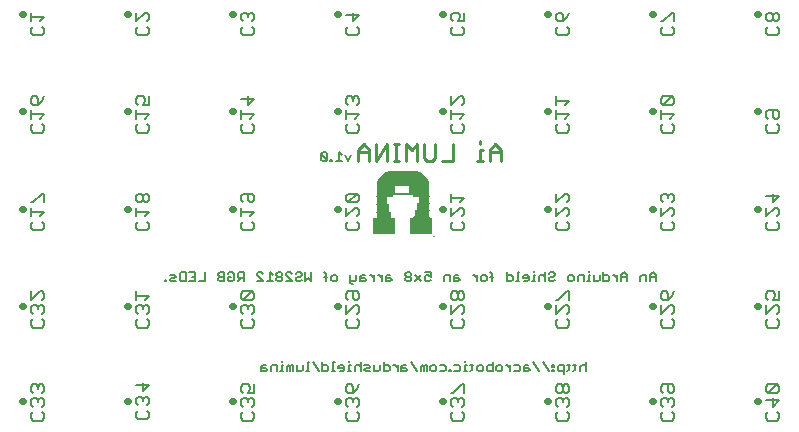
<source format=gbo>
G75*
%MOIN*%
%OFA0B0*%
%FSLAX24Y24*%
%IPPOS*%
%LPD*%
%AMOC8*
5,1,8,0,0,1.08239X$1,22.5*
%
%ADD10C,0.0100*%
%ADD11C,0.0050*%
%ADD12C,0.0220*%
%ADD13C,0.0080*%
%ADD14R,0.0674X0.0001*%
%ADD15R,0.0674X0.0001*%
%ADD16R,0.0687X0.0001*%
%ADD17R,0.0687X0.0001*%
%ADD18R,0.0695X0.0001*%
%ADD19R,0.0694X0.0001*%
%ADD20R,0.0701X0.0001*%
%ADD21R,0.0700X0.0001*%
%ADD22R,0.0705X0.0001*%
%ADD23R,0.0710X0.0001*%
%ADD24R,0.0709X0.0001*%
%ADD25R,0.0713X0.0001*%
%ADD26R,0.0717X0.0001*%
%ADD27R,0.0717X0.0001*%
%ADD28R,0.0720X0.0001*%
%ADD29R,0.0723X0.0001*%
%ADD30R,0.0726X0.0001*%
%ADD31R,0.0725X0.0001*%
%ADD32R,0.0729X0.0001*%
%ADD33R,0.0728X0.0001*%
%ADD34R,0.0731X0.0001*%
%ADD35R,0.0733X0.0001*%
%ADD36R,0.0735X0.0001*%
%ADD37R,0.0737X0.0001*%
%ADD38R,0.0737X0.0001*%
%ADD39R,0.0739X0.0001*%
%ADD40R,0.0741X0.0001*%
%ADD41R,0.0743X0.0001*%
%ADD42R,0.0745X0.0001*%
%ADD43R,0.0744X0.0001*%
%ADD44R,0.0746X0.0001*%
%ADD45R,0.0748X0.0001*%
%ADD46R,0.0747X0.0001*%
%ADD47R,0.0749X0.0001*%
%ADD48R,0.0751X0.0001*%
%ADD49R,0.0750X0.0001*%
%ADD50R,0.0753X0.0001*%
%ADD51R,0.0754X0.0001*%
%ADD52R,0.0755X0.0001*%
%ADD53R,0.0756X0.0001*%
%ADD54R,0.0757X0.0001*%
%ADD55R,0.0757X0.0001*%
%ADD56R,0.0758X0.0001*%
%ADD57R,0.0759X0.0001*%
%ADD58R,0.0761X0.0001*%
%ADD59R,0.0760X0.0001*%
%ADD60R,0.0762X0.0001*%
%ADD61R,0.0763X0.0001*%
%ADD62R,0.0764X0.0001*%
%ADD63R,0.0764X0.0001*%
%ADD64R,0.0765X0.0001*%
%ADD65R,0.0766X0.0001*%
%ADD66R,0.0752X0.0001*%
%ADD67R,0.0747X0.0001*%
%ADD68R,0.0742X0.0001*%
%ADD69R,0.0740X0.0001*%
%ADD70R,0.0738X0.0001*%
%ADD71R,0.0736X0.0001*%
%ADD72R,0.0734X0.0001*%
%ADD73R,0.0732X0.0001*%
%ADD74R,0.0727X0.0001*%
%ADD75R,0.0724X0.0001*%
%ADD76R,0.0721X0.0001*%
%ADD77R,0.0718X0.0001*%
%ADD78R,0.0714X0.0001*%
%ADD79R,0.0711X0.0001*%
%ADD80R,0.0730X0.0001*%
%ADD81R,0.0707X0.0001*%
%ADD82R,0.0702X0.0001*%
%ADD83R,0.0696X0.0001*%
%ADD84R,0.0690X0.0001*%
%ADD85R,0.0680X0.0001*%
%ADD86R,0.0516X0.0001*%
%ADD87R,0.0515X0.0001*%
%ADD88R,0.0514X0.0001*%
%ADD89R,0.0675X0.0001*%
%ADD90R,0.0479X0.0001*%
%ADD91R,0.0513X0.0001*%
%ADD92R,0.0478X0.0001*%
%ADD93R,0.0512X0.0001*%
%ADD94R,0.0511X0.0001*%
%ADD95R,0.0477X0.0001*%
%ADD96R,0.0510X0.0001*%
%ADD97R,0.0476X0.0001*%
%ADD98R,0.0509X0.0001*%
%ADD99R,0.0475X0.0001*%
%ADD100R,0.0508X0.0001*%
%ADD101R,0.0474X0.0001*%
%ADD102R,0.0507X0.0001*%
%ADD103R,0.0506X0.0001*%
%ADD104R,0.0473X0.0001*%
%ADD105R,0.0505X0.0001*%
%ADD106R,0.0472X0.0001*%
%ADD107R,0.0504X0.0001*%
%ADD108R,0.0471X0.0001*%
%ADD109R,0.0503X0.0001*%
%ADD110R,0.0470X0.0001*%
%ADD111R,0.0502X0.0001*%
%ADD112R,0.0469X0.0001*%
%ADD113R,0.0501X0.0001*%
%ADD114R,0.0500X0.0001*%
%ADD115R,0.0468X0.0001*%
%ADD116R,0.0499X0.0001*%
%ADD117R,0.0467X0.0001*%
%ADD118R,0.0498X0.0001*%
%ADD119R,0.0466X0.0001*%
%ADD120R,0.0497X0.0001*%
%ADD121R,0.0465X0.0001*%
%ADD122R,0.0496X0.0001*%
%ADD123R,0.0495X0.0001*%
%ADD124R,0.0464X0.0001*%
%ADD125R,0.0494X0.0001*%
%ADD126R,0.0463X0.0001*%
%ADD127R,0.0493X0.0001*%
%ADD128R,0.0462X0.0001*%
%ADD129R,0.0492X0.0001*%
%ADD130R,0.0461X0.0001*%
%ADD131R,0.0491X0.0001*%
%ADD132R,0.0490X0.0001*%
%ADD133R,0.0460X0.0001*%
%ADD134R,0.0489X0.0001*%
%ADD135R,0.0459X0.0001*%
%ADD136R,0.0488X0.0001*%
%ADD137R,0.0458X0.0001*%
%ADD138R,0.0487X0.0001*%
%ADD139R,0.0457X0.0001*%
%ADD140R,0.0486X0.0001*%
%ADD141R,0.0485X0.0001*%
%ADD142R,0.0456X0.0001*%
%ADD143R,0.0484X0.0001*%
%ADD144R,0.0455X0.0001*%
%ADD145R,0.0483X0.0001*%
%ADD146R,0.0454X0.0001*%
%ADD147R,0.0482X0.0001*%
%ADD148R,0.0453X0.0001*%
%ADD149R,0.0481X0.0001*%
%ADD150R,0.0452X0.0001*%
%ADD151R,0.0480X0.0001*%
%ADD152R,0.0451X0.0001*%
%ADD153R,0.0450X0.0001*%
%ADD154R,0.0449X0.0001*%
%ADD155R,0.0448X0.0001*%
%ADD156R,0.0447X0.0001*%
%ADD157R,0.0446X0.0001*%
%ADD158R,0.0445X0.0001*%
%ADD159R,0.0444X0.0001*%
%ADD160R,0.0443X0.0001*%
%ADD161R,0.0442X0.0001*%
%ADD162R,0.0441X0.0001*%
%ADD163R,0.0440X0.0001*%
%ADD164R,0.0439X0.0001*%
%ADD165R,0.0438X0.0001*%
%ADD166R,0.0437X0.0001*%
%ADD167R,0.0436X0.0001*%
%ADD168R,0.0435X0.0001*%
%ADD169R,0.0434X0.0001*%
%ADD170R,0.0433X0.0001*%
%ADD171R,0.0432X0.0001*%
%ADD172R,0.0431X0.0001*%
%ADD173R,0.0430X0.0001*%
%ADD174R,0.0429X0.0001*%
%ADD175R,0.0428X0.0001*%
%ADD176R,0.0427X0.0001*%
%ADD177R,0.0426X0.0001*%
%ADD178R,0.0425X0.0001*%
%ADD179R,0.0424X0.0001*%
%ADD180R,0.0423X0.0001*%
%ADD181R,0.0422X0.0001*%
%ADD182R,0.0421X0.0001*%
%ADD183R,0.0420X0.0001*%
%ADD184R,0.0419X0.0001*%
%ADD185R,0.0418X0.0001*%
%ADD186R,0.0417X0.0001*%
%ADD187R,0.0416X0.0001*%
%ADD188R,0.0415X0.0001*%
%ADD189R,0.0414X0.0001*%
%ADD190R,0.0413X0.0001*%
%ADD191R,0.0412X0.0001*%
%ADD192R,0.0411X0.0001*%
%ADD193R,0.0410X0.0001*%
%ADD194R,0.0409X0.0001*%
%ADD195R,0.0408X0.0001*%
%ADD196R,0.0407X0.0001*%
%ADD197R,0.0406X0.0001*%
%ADD198R,0.0405X0.0001*%
%ADD199R,0.0404X0.0001*%
%ADD200R,0.0403X0.0001*%
%ADD201R,0.0402X0.0001*%
%ADD202R,0.0401X0.0001*%
%ADD203R,0.0400X0.0001*%
%ADD204R,0.0399X0.0001*%
%ADD205R,0.0398X0.0001*%
%ADD206R,0.0397X0.0001*%
%ADD207R,0.0396X0.0001*%
%ADD208R,0.0395X0.0001*%
%ADD209R,0.0394X0.0001*%
%ADD210R,0.0393X0.0001*%
%ADD211R,0.0392X0.0001*%
%ADD212R,0.0391X0.0001*%
%ADD213R,0.0390X0.0001*%
%ADD214R,0.0389X0.0001*%
%ADD215R,0.0388X0.0001*%
%ADD216R,0.0387X0.0001*%
%ADD217R,0.0386X0.0001*%
%ADD218R,0.0385X0.0001*%
%ADD219R,0.0384X0.0001*%
%ADD220R,0.0383X0.0001*%
%ADD221R,0.0382X0.0001*%
%ADD222R,0.0381X0.0001*%
%ADD223R,0.0380X0.0001*%
%ADD224R,0.0379X0.0001*%
%ADD225R,0.0378X0.0001*%
%ADD226R,0.0377X0.0001*%
%ADD227R,0.0376X0.0001*%
%ADD228R,0.0375X0.0001*%
%ADD229R,0.0374X0.0001*%
%ADD230R,0.0373X0.0001*%
%ADD231R,0.0372X0.0001*%
%ADD232R,0.0371X0.0001*%
%ADD233R,0.0370X0.0001*%
%ADD234R,0.0369X0.0001*%
%ADD235R,0.0368X0.0001*%
%ADD236R,0.0367X0.0001*%
%ADD237R,0.0366X0.0001*%
%ADD238R,0.0365X0.0001*%
%ADD239R,0.0364X0.0001*%
%ADD240R,0.0363X0.0001*%
%ADD241R,0.0362X0.0001*%
%ADD242R,0.0361X0.0001*%
%ADD243R,0.0360X0.0001*%
%ADD244R,0.0359X0.0001*%
%ADD245R,0.0358X0.0001*%
%ADD246R,0.0357X0.0001*%
%ADD247R,0.0356X0.0001*%
%ADD248R,0.0355X0.0001*%
%ADD249R,0.0354X0.0001*%
%ADD250R,0.0353X0.0001*%
%ADD251R,0.0352X0.0001*%
%ADD252R,0.0351X0.0001*%
%ADD253R,0.0350X0.0001*%
%ADD254R,0.0349X0.0001*%
%ADD255R,0.0348X0.0001*%
%ADD256R,0.0347X0.0001*%
%ADD257R,0.0346X0.0001*%
%ADD258R,0.0345X0.0001*%
%ADD259R,0.0344X0.0001*%
%ADD260R,0.0343X0.0001*%
%ADD261R,0.0342X0.0001*%
%ADD262R,0.0341X0.0001*%
%ADD263R,0.0340X0.0001*%
%ADD264R,0.0339X0.0001*%
%ADD265R,0.0338X0.0001*%
%ADD266R,0.0337X0.0001*%
%ADD267R,0.0336X0.0001*%
%ADD268R,0.0335X0.0001*%
%ADD269R,0.0334X0.0001*%
%ADD270R,0.0333X0.0001*%
%ADD271R,0.0332X0.0001*%
%ADD272R,0.0331X0.0001*%
%ADD273R,0.0330X0.0001*%
%ADD274R,0.0329X0.0001*%
%ADD275R,0.0328X0.0001*%
%ADD276R,0.0327X0.0001*%
%ADD277R,0.0326X0.0001*%
%ADD278R,0.0325X0.0001*%
%ADD279R,0.0324X0.0001*%
%ADD280R,0.0323X0.0001*%
%ADD281R,0.0322X0.0001*%
%ADD282R,0.0321X0.0001*%
%ADD283R,0.0320X0.0001*%
%ADD284R,0.0319X0.0001*%
%ADD285R,0.0318X0.0001*%
%ADD286R,0.0317X0.0001*%
%ADD287R,0.0316X0.0001*%
%ADD288R,0.0315X0.0001*%
%ADD289R,0.0314X0.0001*%
%ADD290R,0.0313X0.0001*%
%ADD291R,0.0312X0.0001*%
%ADD292R,0.0311X0.0001*%
%ADD293R,0.0310X0.0001*%
%ADD294R,0.0309X0.0001*%
%ADD295R,0.0308X0.0001*%
%ADD296R,0.0307X0.0001*%
%ADD297R,0.0306X0.0001*%
%ADD298R,0.0305X0.0001*%
%ADD299R,0.0304X0.0001*%
%ADD300R,0.0303X0.0001*%
%ADD301R,0.0302X0.0001*%
%ADD302R,0.0301X0.0001*%
%ADD303R,0.0300X0.0001*%
%ADD304R,0.0299X0.0001*%
%ADD305R,0.0298X0.0001*%
%ADD306R,0.0297X0.0001*%
%ADD307R,0.0296X0.0001*%
%ADD308R,0.0519X0.0001*%
%ADD309R,0.1736X0.0001*%
%ADD310R,0.0643X0.0001*%
%ADD311R,0.0611X0.0001*%
%ADD312R,0.1735X0.0001*%
%ADD313R,0.1734X0.0001*%
%ADD314R,0.1733X0.0001*%
%ADD315R,0.1732X0.0001*%
%ADD316R,0.1731X0.0001*%
%ADD317R,0.1730X0.0001*%
%ADD318R,0.1729X0.0001*%
%ADD319R,0.1728X0.0001*%
%ADD320R,0.1727X0.0001*%
%ADD321R,0.1726X0.0001*%
%ADD322R,0.1725X0.0001*%
%ADD323R,0.1724X0.0001*%
%ADD324R,0.1723X0.0001*%
%ADD325R,0.1722X0.0001*%
%ADD326R,0.1720X0.0001*%
%ADD327R,0.1718X0.0001*%
%ADD328R,0.1716X0.0001*%
%ADD329R,0.1714X0.0001*%
%ADD330R,0.1712X0.0001*%
%ADD331R,0.1711X0.0001*%
%ADD332R,0.1710X0.0001*%
%ADD333R,0.1709X0.0001*%
%ADD334R,0.1708X0.0001*%
%ADD335R,0.1707X0.0001*%
%ADD336R,0.1706X0.0001*%
%ADD337R,0.1705X0.0001*%
%ADD338R,0.1704X0.0001*%
%ADD339R,0.1703X0.0001*%
%ADD340R,0.1702X0.0001*%
%ADD341R,0.1701X0.0001*%
%ADD342R,0.1700X0.0001*%
%ADD343R,0.1699X0.0001*%
%ADD344R,0.1698X0.0001*%
%ADD345R,0.1697X0.0001*%
%ADD346R,0.1696X0.0001*%
%ADD347R,0.1695X0.0001*%
%ADD348R,0.1694X0.0001*%
%ADD349R,0.1693X0.0001*%
%ADD350R,0.1692X0.0001*%
%ADD351R,0.1691X0.0001*%
%ADD352R,0.1690X0.0001*%
%ADD353R,0.1689X0.0001*%
%ADD354R,0.1687X0.0001*%
%ADD355R,0.1685X0.0001*%
%ADD356R,0.1682X0.0001*%
%ADD357R,0.1680X0.0001*%
%ADD358R,0.1678X0.0001*%
%ADD359R,0.1676X0.0001*%
%ADD360R,0.1674X0.0001*%
%ADD361R,0.1672X0.0001*%
%ADD362R,0.1670X0.0001*%
%ADD363R,0.1668X0.0001*%
%ADD364R,0.1666X0.0001*%
%ADD365R,0.1664X0.0001*%
%ADD366R,0.1662X0.0001*%
%ADD367R,0.1660X0.0001*%
%ADD368R,0.1658X0.0001*%
%ADD369R,0.1656X0.0001*%
%ADD370R,0.1654X0.0001*%
%ADD371R,0.1652X0.0001*%
%ADD372R,0.1650X0.0001*%
%ADD373R,0.1648X0.0001*%
%ADD374R,0.1646X0.0001*%
%ADD375R,0.1644X0.0001*%
%ADD376R,0.1642X0.0001*%
%ADD377R,0.1640X0.0001*%
%ADD378R,0.1638X0.0001*%
%ADD379R,0.1636X0.0001*%
%ADD380R,0.1634X0.0001*%
%ADD381R,0.1632X0.0001*%
%ADD382R,0.1630X0.0001*%
%ADD383R,0.1628X0.0001*%
%ADD384R,0.1626X0.0001*%
%ADD385R,0.1624X0.0001*%
%ADD386R,0.1622X0.0001*%
%ADD387R,0.1620X0.0001*%
%ADD388R,0.1617X0.0001*%
%ADD389R,0.1615X0.0001*%
%ADD390R,0.1613X0.0001*%
%ADD391R,0.1611X0.0001*%
%ADD392R,0.1609X0.0001*%
%ADD393R,0.1607X0.0001*%
%ADD394R,0.1605X0.0001*%
%ADD395R,0.1603X0.0001*%
%ADD396R,0.1601X0.0001*%
%ADD397R,0.1599X0.0001*%
%ADD398R,0.1597X0.0001*%
%ADD399R,0.1595X0.0001*%
%ADD400R,0.1593X0.0001*%
%ADD401R,0.1591X0.0001*%
%ADD402R,0.1589X0.0001*%
%ADD403R,0.1587X0.0001*%
%ADD404R,0.1585X0.0001*%
%ADD405R,0.1582X0.0001*%
%ADD406R,0.1580X0.0001*%
%ADD407R,0.1578X0.0001*%
%ADD408R,0.1576X0.0001*%
%ADD409R,0.1574X0.0001*%
%ADD410R,0.1572X0.0001*%
%ADD411R,0.1570X0.0001*%
%ADD412R,0.1568X0.0001*%
%ADD413R,0.1566X0.0001*%
%ADD414R,0.1564X0.0001*%
%ADD415R,0.1562X0.0001*%
%ADD416R,0.1560X0.0001*%
%ADD417R,0.1558X0.0001*%
%ADD418R,0.1556X0.0001*%
%ADD419R,0.1554X0.0001*%
%ADD420R,0.1552X0.0001*%
%ADD421R,0.1550X0.0001*%
%ADD422R,0.1548X0.0001*%
%ADD423R,0.1546X0.0001*%
%ADD424R,0.1544X0.0001*%
%ADD425R,0.1542X0.0001*%
%ADD426R,0.1540X0.0001*%
%ADD427R,0.1538X0.0001*%
%ADD428R,0.1536X0.0001*%
%ADD429R,0.1534X0.0001*%
%ADD430R,0.1532X0.0001*%
%ADD431R,0.1530X0.0001*%
%ADD432R,0.1528X0.0001*%
%ADD433R,0.1526X0.0001*%
%ADD434R,0.1524X0.0001*%
%ADD435R,0.1522X0.0001*%
%ADD436R,0.1520X0.0001*%
%ADD437R,0.1517X0.0001*%
%ADD438R,0.1515X0.0001*%
%ADD439R,0.1513X0.0001*%
%ADD440R,0.1511X0.0001*%
%ADD441R,0.1509X0.0001*%
%ADD442R,0.1507X0.0001*%
%ADD443R,0.1505X0.0001*%
%ADD444R,0.1503X0.0001*%
%ADD445R,0.1501X0.0001*%
%ADD446R,0.1499X0.0001*%
%ADD447R,0.1497X0.0001*%
%ADD448R,0.1495X0.0001*%
%ADD449R,0.1493X0.0001*%
%ADD450R,0.1491X0.0001*%
%ADD451R,0.1489X0.0001*%
%ADD452R,0.1487X0.0001*%
%ADD453R,0.1485X0.0001*%
%ADD454R,0.1482X0.0001*%
%ADD455R,0.1480X0.0001*%
%ADD456R,0.1478X0.0001*%
%ADD457R,0.1476X0.0001*%
%ADD458R,0.1474X0.0001*%
%ADD459R,0.1472X0.0001*%
%ADD460R,0.1470X0.0001*%
%ADD461R,0.1468X0.0001*%
%ADD462R,0.1466X0.0001*%
%ADD463R,0.1464X0.0001*%
%ADD464R,0.1462X0.0001*%
%ADD465R,0.1460X0.0001*%
%ADD466R,0.1458X0.0001*%
%ADD467R,0.1456X0.0001*%
%ADD468R,0.1454X0.0001*%
%ADD469R,0.1452X0.0001*%
%ADD470R,0.1450X0.0001*%
%ADD471R,0.1448X0.0001*%
%ADD472R,0.1446X0.0001*%
%ADD473R,0.1444X0.0001*%
%ADD474R,0.1442X0.0001*%
%ADD475R,0.1440X0.0001*%
%ADD476R,0.1438X0.0001*%
%ADD477R,0.1436X0.0001*%
%ADD478R,0.1434X0.0001*%
%ADD479R,0.1432X0.0001*%
%ADD480R,0.1430X0.0001*%
%ADD481R,0.1428X0.0001*%
%ADD482R,0.1426X0.0001*%
%ADD483R,0.1424X0.0001*%
%ADD484R,0.1422X0.0001*%
%ADD485R,0.1420X0.0001*%
%ADD486R,0.1418X0.0001*%
%ADD487R,0.1415X0.0001*%
%ADD488R,0.1413X0.0001*%
%ADD489R,0.1411X0.0001*%
%ADD490R,0.1409X0.0001*%
%ADD491R,0.1407X0.0001*%
%ADD492R,0.1405X0.0001*%
%ADD493R,0.1403X0.0001*%
%ADD494R,0.1401X0.0001*%
%ADD495R,0.1399X0.0001*%
%ADD496R,0.1397X0.0001*%
%ADD497R,0.1395X0.0001*%
%ADD498R,0.1393X0.0001*%
%ADD499R,0.1391X0.0001*%
%ADD500R,0.1389X0.0001*%
%ADD501R,0.1387X0.0001*%
%ADD502R,0.1384X0.0001*%
%ADD503R,0.1382X0.0001*%
%ADD504R,0.1380X0.0001*%
%ADD505R,0.1378X0.0001*%
%ADD506R,0.1376X0.0001*%
%ADD507R,0.1374X0.0001*%
%ADD508R,0.1372X0.0001*%
%ADD509R,0.1370X0.0001*%
%ADD510R,0.1368X0.0001*%
%ADD511R,0.1366X0.0001*%
%ADD512R,0.1364X0.0001*%
%ADD513R,0.1362X0.0001*%
%ADD514R,0.1360X0.0001*%
%ADD515R,0.1358X0.0001*%
%ADD516R,0.1356X0.0001*%
%ADD517R,0.1354X0.0001*%
%ADD518R,0.1352X0.0001*%
%ADD519R,0.1350X0.0001*%
%ADD520R,0.1348X0.0001*%
%ADD521R,0.1346X0.0001*%
%ADD522R,0.1344X0.0001*%
%ADD523R,0.1342X0.0001*%
%ADD524R,0.1340X0.0001*%
%ADD525R,0.1338X0.0001*%
%ADD526R,0.1336X0.0001*%
%ADD527R,0.1334X0.0001*%
%ADD528R,0.1332X0.0001*%
%ADD529R,0.1330X0.0001*%
%ADD530R,0.1328X0.0001*%
%ADD531R,0.1326X0.0001*%
%ADD532R,0.1324X0.0001*%
%ADD533R,0.1322X0.0001*%
%ADD534R,0.1320X0.0001*%
%ADD535R,0.1318X0.0001*%
%ADD536R,0.1315X0.0001*%
%ADD537R,0.1313X0.0001*%
%ADD538R,0.1311X0.0001*%
%ADD539R,0.1309X0.0001*%
%ADD540R,0.1307X0.0001*%
%ADD541R,0.1305X0.0001*%
%ADD542R,0.1303X0.0001*%
%ADD543R,0.1301X0.0001*%
%ADD544R,0.1299X0.0001*%
%ADD545R,0.1297X0.0001*%
%ADD546R,0.1295X0.0001*%
%ADD547R,0.1293X0.0001*%
%ADD548R,0.1291X0.0001*%
%ADD549R,0.1289X0.0001*%
%ADD550R,0.1287X0.0001*%
%ADD551R,0.1284X0.0001*%
%ADD552R,0.1282X0.0001*%
%ADD553R,0.1280X0.0001*%
%ADD554R,0.1278X0.0001*%
%ADD555R,0.1276X0.0001*%
%ADD556R,0.1274X0.0001*%
%ADD557R,0.1272X0.0001*%
%ADD558R,0.1270X0.0001*%
%ADD559R,0.1268X0.0001*%
%ADD560R,0.1266X0.0001*%
%ADD561R,0.1264X0.0001*%
%ADD562R,0.1262X0.0001*%
%ADD563R,0.1260X0.0001*%
%ADD564R,0.1258X0.0001*%
%ADD565R,0.1256X0.0001*%
%ADD566R,0.1254X0.0001*%
%ADD567R,0.1252X0.0001*%
%ADD568R,0.1250X0.0001*%
%ADD569R,0.1248X0.0001*%
%ADD570R,0.1246X0.0001*%
%ADD571R,0.1244X0.0001*%
%ADD572R,0.1242X0.0001*%
%ADD573R,0.1240X0.0001*%
%ADD574R,0.1238X0.0001*%
%ADD575R,0.1236X0.0001*%
%ADD576R,0.1234X0.0001*%
%ADD577R,0.1232X0.0001*%
%ADD578R,0.1230X0.0001*%
%ADD579R,0.1228X0.0001*%
%ADD580R,0.1226X0.0001*%
%ADD581R,0.1224X0.0001*%
%ADD582R,0.1222X0.0001*%
%ADD583R,0.1220X0.0001*%
%ADD584R,0.1218X0.0001*%
%ADD585R,0.1215X0.0001*%
%ADD586R,0.1213X0.0001*%
%ADD587R,0.1211X0.0001*%
%ADD588R,0.1209X0.0001*%
%ADD589R,0.1207X0.0001*%
%ADD590R,0.1205X0.0001*%
%ADD591R,0.1203X0.0001*%
%ADD592R,0.1201X0.0001*%
%ADD593R,0.1199X0.0001*%
%ADD594R,0.1197X0.0001*%
%ADD595R,0.1195X0.0001*%
%ADD596R,0.1193X0.0001*%
%ADD597R,0.1191X0.0001*%
%ADD598R,0.1189X0.0001*%
%ADD599R,0.1187X0.0001*%
%ADD600R,0.1184X0.0001*%
%ADD601R,0.1182X0.0001*%
%ADD602R,0.1180X0.0001*%
%ADD603R,0.1178X0.0001*%
%ADD604R,0.1176X0.0001*%
%ADD605R,0.1174X0.0001*%
%ADD606R,0.1172X0.0001*%
%ADD607R,0.1170X0.0001*%
%ADD608R,0.1168X0.0001*%
%ADD609R,0.1166X0.0001*%
%ADD610R,0.1164X0.0001*%
%ADD611R,0.1162X0.0001*%
%ADD612R,0.1160X0.0001*%
%ADD613R,0.1158X0.0001*%
%ADD614R,0.1156X0.0001*%
%ADD615R,0.1154X0.0001*%
%ADD616R,0.1152X0.0001*%
%ADD617R,0.1150X0.0001*%
%ADD618R,0.1148X0.0001*%
%ADD619R,0.1146X0.0001*%
%ADD620R,0.1142X0.0001*%
%ADD621R,0.1136X0.0001*%
%ADD622R,0.1131X0.0001*%
%ADD623R,0.1126X0.0001*%
%ADD624R,0.1120X0.0001*%
%ADD625R,0.1114X0.0001*%
%ADD626R,0.1108X0.0001*%
%ADD627R,0.1102X0.0001*%
%ADD628R,0.1095X0.0001*%
%ADD629R,0.1089X0.0001*%
%ADD630R,0.1083X0.0001*%
%ADD631R,0.1075X0.0001*%
%ADD632R,0.1067X0.0001*%
%ADD633R,0.1060X0.0001*%
%ADD634R,0.1052X0.0001*%
%ADD635R,0.1044X0.0001*%
%ADD636R,0.1036X0.0001*%
%ADD637R,0.1026X0.0001*%
%ADD638R,0.1016X0.0001*%
%ADD639R,0.1005X0.0001*%
%ADD640R,0.0993X0.0001*%
%ADD641R,0.0977X0.0001*%
%ADD642R,0.0954X0.0001*%
%ADD643C,0.0000*%
D10*
X015434Y012600D02*
X015434Y012967D01*
X015617Y013150D01*
X015801Y012967D01*
X015801Y012600D01*
X016032Y012600D02*
X016032Y013150D01*
X015801Y012875D02*
X015434Y012875D01*
X016032Y012600D02*
X016399Y013150D01*
X016399Y012600D01*
X016615Y012600D02*
X016798Y012600D01*
X016707Y012600D02*
X016707Y013150D01*
X016798Y013150D02*
X016615Y013150D01*
X017030Y013150D02*
X017030Y012600D01*
X017397Y012600D02*
X017397Y013150D01*
X017213Y012967D01*
X017030Y013150D01*
X017628Y013150D02*
X017628Y012692D01*
X017720Y012600D01*
X017904Y012600D01*
X017995Y012692D01*
X017995Y013150D01*
X018227Y012600D02*
X018594Y012600D01*
X018594Y013150D01*
X019408Y012600D02*
X019591Y012600D01*
X019500Y012600D02*
X019500Y012967D01*
X019591Y012967D01*
X019500Y013150D02*
X019500Y013242D01*
X019823Y012967D02*
X020006Y013150D01*
X020190Y012967D01*
X020190Y012600D01*
X020190Y012875D02*
X019823Y012875D01*
X019823Y012967D02*
X019823Y012600D01*
D11*
X015205Y012775D02*
X015105Y012575D01*
X015005Y012775D01*
X014883Y012775D02*
X014783Y012875D01*
X014783Y012575D01*
X014883Y012575D02*
X014683Y012575D01*
X014561Y012575D02*
X014511Y012575D01*
X014511Y012625D01*
X014561Y012625D01*
X014561Y012575D01*
X014400Y012625D02*
X014199Y012825D01*
X014199Y012625D01*
X014250Y012575D01*
X014350Y012575D01*
X014400Y012625D01*
X014400Y012825D01*
X014350Y012875D01*
X014250Y012875D01*
X014199Y012825D01*
X014310Y008875D02*
X014360Y008825D01*
X014360Y008575D01*
X014410Y008725D02*
X014310Y008725D01*
X014532Y008725D02*
X014582Y008775D01*
X014682Y008775D01*
X014732Y008725D01*
X014732Y008625D01*
X014682Y008575D01*
X014582Y008575D01*
X014532Y008625D01*
X014532Y008725D01*
X015176Y008775D02*
X015176Y008525D01*
X015226Y008475D01*
X015277Y008475D01*
X015327Y008575D02*
X015176Y008575D01*
X015327Y008575D02*
X015377Y008625D01*
X015377Y008775D01*
X015499Y008725D02*
X015499Y008575D01*
X015649Y008575D01*
X015699Y008625D01*
X015649Y008675D01*
X015499Y008675D01*
X015499Y008725D02*
X015549Y008775D01*
X015649Y008775D01*
X015817Y008775D02*
X015867Y008775D01*
X015967Y008675D01*
X015967Y008575D02*
X015967Y008775D01*
X016086Y008775D02*
X016136Y008775D01*
X016236Y008675D01*
X016236Y008575D02*
X016236Y008775D01*
X016358Y008725D02*
X016358Y008575D01*
X016508Y008575D01*
X016558Y008625D01*
X016508Y008675D01*
X016358Y008675D01*
X016358Y008725D02*
X016408Y008775D01*
X016508Y008775D01*
X017003Y008775D02*
X017053Y008725D01*
X017153Y008725D01*
X017203Y008775D01*
X017203Y008825D01*
X017153Y008875D01*
X017053Y008875D01*
X017003Y008825D01*
X017003Y008775D01*
X017053Y008725D02*
X017003Y008675D01*
X017003Y008625D01*
X017053Y008575D01*
X017153Y008575D01*
X017203Y008625D01*
X017203Y008675D01*
X017153Y008725D01*
X017325Y008775D02*
X017525Y008575D01*
X017647Y008625D02*
X017647Y008725D01*
X017697Y008775D01*
X017747Y008775D01*
X017847Y008725D01*
X017847Y008875D01*
X017647Y008875D01*
X017525Y008775D02*
X017325Y008575D01*
X017647Y008625D02*
X017697Y008575D01*
X017797Y008575D01*
X017847Y008625D01*
X018292Y008575D02*
X018292Y008725D01*
X018342Y008775D01*
X018492Y008775D01*
X018492Y008575D01*
X018614Y008575D02*
X018614Y008725D01*
X018664Y008775D01*
X018764Y008775D01*
X018764Y008675D02*
X018614Y008675D01*
X018614Y008575D02*
X018764Y008575D01*
X018814Y008625D01*
X018764Y008675D01*
X019255Y008775D02*
X019305Y008775D01*
X019405Y008675D01*
X019405Y008575D02*
X019405Y008775D01*
X019527Y008725D02*
X019527Y008625D01*
X019577Y008575D01*
X019677Y008575D01*
X019727Y008625D01*
X019727Y008725D01*
X019677Y008775D01*
X019577Y008775D01*
X019527Y008725D01*
X019842Y008725D02*
X019942Y008725D01*
X019892Y008825D02*
X019842Y008875D01*
X019892Y008825D02*
X019892Y008575D01*
X020387Y008575D02*
X020537Y008575D01*
X020587Y008625D01*
X020587Y008725D01*
X020537Y008775D01*
X020387Y008775D01*
X020387Y008875D02*
X020387Y008575D01*
X020701Y008575D02*
X020802Y008575D01*
X020752Y008575D02*
X020752Y008875D01*
X020802Y008875D01*
X020924Y008725D02*
X020924Y008675D01*
X021124Y008675D01*
X021124Y008625D02*
X021124Y008725D01*
X021074Y008775D01*
X020974Y008775D01*
X020924Y008725D01*
X020974Y008575D02*
X021074Y008575D01*
X021124Y008625D01*
X021239Y008575D02*
X021339Y008575D01*
X021289Y008575D02*
X021289Y008775D01*
X021339Y008775D01*
X021289Y008875D02*
X021289Y008925D01*
X021461Y008725D02*
X021461Y008575D01*
X021461Y008725D02*
X021511Y008775D01*
X021611Y008775D01*
X021661Y008725D01*
X021783Y008675D02*
X021783Y008625D01*
X021833Y008575D01*
X021933Y008575D01*
X021983Y008625D01*
X021933Y008725D02*
X021833Y008725D01*
X021783Y008675D01*
X021783Y008825D02*
X021833Y008875D01*
X021933Y008875D01*
X021983Y008825D01*
X021983Y008775D01*
X021933Y008725D01*
X021661Y008875D02*
X021661Y008575D01*
X022428Y008625D02*
X022428Y008725D01*
X022478Y008775D01*
X022578Y008775D01*
X022628Y008725D01*
X022628Y008625D01*
X022578Y008575D01*
X022478Y008575D01*
X022428Y008625D01*
X022750Y008575D02*
X022750Y008725D01*
X022800Y008775D01*
X022950Y008775D01*
X022950Y008575D01*
X023065Y008575D02*
X023165Y008575D01*
X023115Y008575D02*
X023115Y008775D01*
X023165Y008775D01*
X023115Y008875D02*
X023115Y008925D01*
X023287Y008775D02*
X023287Y008575D01*
X023437Y008575D01*
X023487Y008625D01*
X023487Y008775D01*
X023609Y008775D02*
X023759Y008775D01*
X023809Y008725D01*
X023809Y008625D01*
X023759Y008575D01*
X023609Y008575D01*
X023609Y008875D01*
X023928Y008775D02*
X023978Y008775D01*
X024078Y008675D01*
X024078Y008575D02*
X024078Y008775D01*
X024200Y008775D02*
X024200Y008575D01*
X024200Y008725D02*
X024400Y008725D01*
X024400Y008775D02*
X024300Y008875D01*
X024200Y008775D01*
X024400Y008775D02*
X024400Y008575D01*
X024845Y008575D02*
X024845Y008725D01*
X024895Y008775D01*
X025045Y008775D01*
X025045Y008575D01*
X025167Y008575D02*
X025167Y008775D01*
X025267Y008875D01*
X025367Y008775D01*
X025367Y008575D01*
X025367Y008725D02*
X025167Y008725D01*
X023035Y005875D02*
X023035Y005575D01*
X023035Y005725D02*
X022985Y005775D01*
X022885Y005775D01*
X022835Y005725D01*
X022835Y005575D01*
X022662Y005625D02*
X022662Y005825D01*
X022712Y005775D02*
X022612Y005775D01*
X022498Y005775D02*
X022398Y005775D01*
X022448Y005825D02*
X022448Y005625D01*
X022398Y005575D01*
X022283Y005575D02*
X022133Y005575D01*
X022083Y005625D01*
X022083Y005725D01*
X022133Y005775D01*
X022283Y005775D01*
X022283Y005475D01*
X021960Y005575D02*
X021960Y005625D01*
X021910Y005625D01*
X021910Y005575D01*
X021960Y005575D01*
X021960Y005725D02*
X021960Y005775D01*
X021910Y005775D01*
X021910Y005725D01*
X021960Y005725D01*
X021799Y005575D02*
X021599Y005875D01*
X021277Y005875D02*
X021477Y005575D01*
X021155Y005625D02*
X021105Y005675D01*
X020955Y005675D01*
X020955Y005725D02*
X020955Y005575D01*
X021105Y005575D01*
X021155Y005625D01*
X021105Y005775D02*
X021005Y005775D01*
X020955Y005725D01*
X020833Y005725D02*
X020833Y005625D01*
X020782Y005575D01*
X020632Y005575D01*
X020510Y005575D02*
X020510Y005775D01*
X020410Y005775D02*
X020360Y005775D01*
X020410Y005775D02*
X020510Y005675D01*
X020632Y005775D02*
X020782Y005775D01*
X020833Y005725D01*
X020242Y005725D02*
X020242Y005625D01*
X020192Y005575D01*
X020092Y005575D01*
X020042Y005625D01*
X020042Y005725D01*
X020092Y005775D01*
X020192Y005775D01*
X020242Y005725D01*
X019919Y005775D02*
X019769Y005775D01*
X019719Y005725D01*
X019719Y005625D01*
X019769Y005575D01*
X019919Y005575D01*
X019919Y005875D01*
X019597Y005725D02*
X019597Y005625D01*
X019547Y005575D01*
X019447Y005575D01*
X019397Y005625D01*
X019397Y005725D01*
X019447Y005775D01*
X019547Y005775D01*
X019597Y005725D01*
X019275Y005775D02*
X019175Y005775D01*
X019225Y005825D02*
X019225Y005625D01*
X019175Y005575D01*
X019060Y005575D02*
X018960Y005575D01*
X019010Y005575D02*
X019010Y005775D01*
X019060Y005775D01*
X019010Y005875D02*
X019010Y005925D01*
X018845Y005725D02*
X018845Y005625D01*
X018795Y005575D01*
X018645Y005575D01*
X018523Y005575D02*
X018473Y005575D01*
X018473Y005625D01*
X018523Y005625D01*
X018523Y005575D01*
X018362Y005625D02*
X018312Y005575D01*
X018162Y005575D01*
X018039Y005625D02*
X017989Y005575D01*
X017889Y005575D01*
X017839Y005625D01*
X017839Y005725D01*
X017889Y005775D01*
X017989Y005775D01*
X018039Y005725D01*
X018039Y005625D01*
X018162Y005775D02*
X018312Y005775D01*
X018362Y005725D01*
X018362Y005625D01*
X018645Y005775D02*
X018795Y005775D01*
X018845Y005725D01*
X017717Y005775D02*
X017717Y005575D01*
X017617Y005575D02*
X017617Y005725D01*
X017567Y005775D01*
X017517Y005725D01*
X017517Y005575D01*
X017395Y005575D02*
X017195Y005875D01*
X017023Y005775D02*
X016923Y005775D01*
X016872Y005725D01*
X016872Y005575D01*
X017023Y005575D01*
X017073Y005625D01*
X017023Y005675D01*
X016872Y005675D01*
X016750Y005675D02*
X016650Y005775D01*
X016600Y005775D01*
X016482Y005725D02*
X016432Y005775D01*
X016282Y005775D01*
X016282Y005875D02*
X016282Y005575D01*
X016432Y005575D01*
X016482Y005625D01*
X016482Y005725D01*
X016750Y005775D02*
X016750Y005575D01*
X016160Y005625D02*
X016109Y005575D01*
X015959Y005575D01*
X015959Y005775D01*
X015837Y005725D02*
X015787Y005775D01*
X015637Y005775D01*
X015687Y005675D02*
X015787Y005675D01*
X015837Y005725D01*
X015837Y005575D02*
X015687Y005575D01*
X015637Y005625D01*
X015687Y005675D01*
X015515Y005725D02*
X015465Y005775D01*
X015365Y005775D01*
X015315Y005725D01*
X015315Y005575D01*
X015193Y005575D02*
X015093Y005575D01*
X015143Y005575D02*
X015143Y005775D01*
X015193Y005775D01*
X015143Y005875D02*
X015143Y005925D01*
X014978Y005725D02*
X014928Y005775D01*
X014828Y005775D01*
X014778Y005725D01*
X014778Y005675D01*
X014978Y005675D01*
X014978Y005625D02*
X014978Y005725D01*
X014978Y005625D02*
X014928Y005575D01*
X014828Y005575D01*
X014656Y005575D02*
X014555Y005575D01*
X014606Y005575D02*
X014606Y005875D01*
X014656Y005875D01*
X014441Y005725D02*
X014391Y005775D01*
X014241Y005775D01*
X014241Y005875D02*
X014241Y005575D01*
X014391Y005575D01*
X014441Y005625D01*
X014441Y005725D01*
X014118Y005575D02*
X013918Y005875D01*
X013796Y005875D02*
X013746Y005875D01*
X013746Y005575D01*
X013796Y005575D02*
X013696Y005575D01*
X013581Y005625D02*
X013581Y005775D01*
X013581Y005625D02*
X013531Y005575D01*
X013381Y005575D01*
X013381Y005775D01*
X013259Y005775D02*
X013259Y005575D01*
X013159Y005575D02*
X013159Y005725D01*
X013109Y005775D01*
X013059Y005725D01*
X013059Y005575D01*
X012937Y005575D02*
X012837Y005575D01*
X012887Y005575D02*
X012887Y005775D01*
X012937Y005775D01*
X012887Y005875D02*
X012887Y005925D01*
X012722Y005775D02*
X012572Y005775D01*
X012522Y005725D01*
X012522Y005575D01*
X012400Y005625D02*
X012350Y005675D01*
X012199Y005675D01*
X012199Y005725D02*
X012199Y005575D01*
X012350Y005575D01*
X012400Y005625D01*
X012350Y005775D02*
X012250Y005775D01*
X012199Y005725D01*
X012722Y005775D02*
X012722Y005575D01*
X013159Y005725D02*
X013209Y005775D01*
X013259Y005775D01*
X015515Y005875D02*
X015515Y005575D01*
X016160Y005625D02*
X016160Y005775D01*
X017617Y005725D02*
X017667Y005775D01*
X017717Y005775D01*
X013873Y008575D02*
X013773Y008675D01*
X013672Y008575D01*
X013672Y008875D01*
X013550Y008825D02*
X013550Y008775D01*
X013500Y008725D01*
X013400Y008725D01*
X013350Y008675D01*
X013350Y008625D01*
X013400Y008575D01*
X013500Y008575D01*
X013550Y008625D01*
X013550Y008825D02*
X013500Y008875D01*
X013400Y008875D01*
X013350Y008825D01*
X013228Y008825D02*
X013178Y008875D01*
X013078Y008875D01*
X013028Y008825D01*
X013028Y008775D01*
X013228Y008575D01*
X013028Y008575D01*
X012906Y008625D02*
X012906Y008675D01*
X012856Y008725D01*
X012756Y008725D01*
X012706Y008675D01*
X012706Y008625D01*
X012756Y008575D01*
X012856Y008575D01*
X012906Y008625D01*
X012856Y008725D02*
X012906Y008775D01*
X012906Y008825D01*
X012856Y008875D01*
X012756Y008875D01*
X012706Y008825D01*
X012706Y008775D01*
X012756Y008725D01*
X012584Y008775D02*
X012483Y008875D01*
X012483Y008575D01*
X012383Y008575D02*
X012584Y008575D01*
X012261Y008575D02*
X012061Y008775D01*
X012061Y008825D01*
X012111Y008875D01*
X012211Y008875D01*
X012261Y008825D01*
X012261Y008575D02*
X012061Y008575D01*
X011617Y008575D02*
X011617Y008875D01*
X011467Y008875D01*
X011417Y008825D01*
X011417Y008725D01*
X011467Y008675D01*
X011617Y008675D01*
X011517Y008675D02*
X011417Y008575D01*
X011294Y008625D02*
X011244Y008575D01*
X011144Y008575D01*
X011094Y008625D01*
X011094Y008725D01*
X011194Y008725D01*
X011094Y008825D02*
X011144Y008875D01*
X011244Y008875D01*
X011294Y008825D01*
X011294Y008625D01*
X010972Y008575D02*
X010972Y008875D01*
X010822Y008875D01*
X010772Y008825D01*
X010772Y008775D01*
X010822Y008725D01*
X010972Y008725D01*
X010822Y008725D02*
X010772Y008675D01*
X010772Y008625D01*
X010822Y008575D01*
X010972Y008575D01*
X010328Y008575D02*
X010127Y008575D01*
X010005Y008575D02*
X010005Y008875D01*
X009805Y008875D01*
X009683Y008875D02*
X009683Y008575D01*
X009533Y008575D01*
X009483Y008625D01*
X009483Y008825D01*
X009533Y008875D01*
X009683Y008875D01*
X009905Y008725D02*
X010005Y008725D01*
X010005Y008575D02*
X009805Y008575D01*
X010328Y008575D02*
X010328Y008875D01*
X009361Y008725D02*
X009311Y008775D01*
X009161Y008775D01*
X009211Y008675D02*
X009311Y008675D01*
X009361Y008725D01*
X009361Y008575D02*
X009211Y008575D01*
X009161Y008625D01*
X009211Y008675D01*
X009039Y008625D02*
X008988Y008625D01*
X008988Y008575D01*
X009039Y008575D01*
X009039Y008625D01*
X013873Y008575D02*
X013873Y008875D01*
X022612Y005575D02*
X022662Y005625D01*
D12*
X021764Y004600D02*
X021740Y004600D01*
X018264Y004600D02*
X018240Y004600D01*
X014764Y004600D02*
X014740Y004600D01*
X011264Y004600D02*
X011240Y004600D01*
X007764Y004600D02*
X007740Y004600D01*
X004264Y004600D02*
X004240Y004600D01*
X004264Y007750D02*
X004240Y007750D01*
X007740Y007750D02*
X007764Y007750D01*
X011240Y007750D02*
X011264Y007750D01*
X014740Y007750D02*
X014764Y007750D01*
X018240Y007750D02*
X018264Y007750D01*
X021740Y007750D02*
X021764Y007750D01*
X025240Y007750D02*
X025264Y007750D01*
X028740Y007750D02*
X028764Y007750D01*
X028740Y004600D02*
X028764Y004600D01*
X025264Y004600D02*
X025240Y004600D01*
X025264Y011000D02*
X025240Y011000D01*
X028740Y011000D02*
X028764Y011000D01*
X028764Y014250D02*
X028740Y014250D01*
X025264Y014250D02*
X025240Y014250D01*
X021764Y014250D02*
X021740Y014250D01*
X018264Y014250D02*
X018240Y014250D01*
X014764Y014250D02*
X014740Y014250D01*
X011264Y014250D02*
X011240Y014250D01*
X007764Y014250D02*
X007740Y014250D01*
X004264Y014250D02*
X004240Y014250D01*
X004264Y011000D02*
X004240Y011000D01*
X007740Y011000D02*
X007764Y011000D01*
X011240Y011000D02*
X011264Y011000D01*
X014740Y011000D02*
X014764Y011000D01*
X018240Y011000D02*
X018264Y011000D01*
X021740Y011000D02*
X021764Y011000D01*
X021764Y017500D02*
X021740Y017500D01*
X018264Y017500D02*
X018240Y017500D01*
X014764Y017500D02*
X014740Y017500D01*
X011264Y017500D02*
X011240Y017500D01*
X007764Y017500D02*
X007740Y017500D01*
X004264Y017500D02*
X004240Y017500D01*
X025240Y017500D02*
X025264Y017500D01*
X028740Y017500D02*
X028764Y017500D01*
D13*
X004542Y004150D02*
X004542Y004010D01*
X004612Y003940D01*
X004893Y003940D01*
X004963Y004010D01*
X004963Y004150D01*
X004893Y004220D01*
X004893Y004400D02*
X004963Y004470D01*
X004963Y004611D01*
X004893Y004681D01*
X004823Y004681D01*
X004753Y004611D01*
X004682Y004681D01*
X004612Y004681D01*
X004542Y004611D01*
X004542Y004470D01*
X004612Y004400D01*
X004612Y004220D02*
X004542Y004150D01*
X004753Y004541D02*
X004753Y004611D01*
X004893Y004861D02*
X004963Y004931D01*
X004963Y005071D01*
X004893Y005141D01*
X004823Y005141D01*
X004753Y005071D01*
X004682Y005141D01*
X004612Y005141D01*
X004542Y005071D01*
X004542Y004931D01*
X004612Y004861D01*
X004753Y005001D02*
X004753Y005071D01*
X004893Y007040D02*
X004612Y007040D01*
X004542Y007110D01*
X004542Y007250D01*
X004612Y007320D01*
X004612Y007500D02*
X004542Y007570D01*
X004542Y007711D01*
X004612Y007781D01*
X004682Y007781D01*
X004753Y007711D01*
X004753Y007641D01*
X004753Y007711D02*
X004823Y007781D01*
X004893Y007781D01*
X004963Y007711D01*
X004963Y007570D01*
X004893Y007500D01*
X004893Y007320D02*
X004963Y007250D01*
X004963Y007110D01*
X004893Y007040D01*
X004893Y007961D02*
X004963Y008031D01*
X004963Y008171D01*
X004893Y008241D01*
X004823Y008241D01*
X004542Y007961D01*
X004542Y008241D01*
X004612Y010290D02*
X004542Y010360D01*
X004542Y010500D01*
X004612Y010570D01*
X004542Y010750D02*
X004542Y011031D01*
X004542Y010891D02*
X004963Y010891D01*
X004823Y010750D01*
X004893Y010570D02*
X004963Y010500D01*
X004963Y010360D01*
X004893Y010290D01*
X004612Y010290D01*
X004612Y011211D02*
X004542Y011211D01*
X004612Y011211D02*
X004893Y011491D01*
X004963Y011491D01*
X004963Y011211D01*
X008042Y011281D02*
X008112Y011211D01*
X008182Y011211D01*
X008253Y011281D01*
X008253Y011421D01*
X008182Y011491D01*
X008112Y011491D01*
X008042Y011421D01*
X008042Y011281D01*
X008253Y011281D02*
X008323Y011211D01*
X008393Y011211D01*
X008463Y011281D01*
X008463Y011421D01*
X008393Y011491D01*
X008323Y011491D01*
X008253Y011421D01*
X008042Y011031D02*
X008042Y010750D01*
X008042Y010891D02*
X008463Y010891D01*
X008323Y010750D01*
X008393Y010570D02*
X008463Y010500D01*
X008463Y010360D01*
X008393Y010290D01*
X008112Y010290D01*
X008042Y010360D01*
X008042Y010500D01*
X008112Y010570D01*
X008042Y008241D02*
X008042Y007961D01*
X008042Y008101D02*
X008463Y008101D01*
X008323Y007961D01*
X008323Y007781D02*
X008253Y007711D01*
X008182Y007781D01*
X008112Y007781D01*
X008042Y007711D01*
X008042Y007570D01*
X008112Y007500D01*
X008112Y007320D02*
X008042Y007250D01*
X008042Y007110D01*
X008112Y007040D01*
X008393Y007040D01*
X008463Y007110D01*
X008463Y007250D01*
X008393Y007320D01*
X008393Y007500D02*
X008463Y007570D01*
X008463Y007711D01*
X008393Y007781D01*
X008323Y007781D01*
X008253Y007711D02*
X008253Y007641D01*
X011542Y007711D02*
X011542Y007570D01*
X011612Y007500D01*
X011612Y007320D02*
X011542Y007250D01*
X011542Y007110D01*
X011612Y007040D01*
X011893Y007040D01*
X011963Y007110D01*
X011963Y007250D01*
X011893Y007320D01*
X011893Y007500D02*
X011963Y007570D01*
X011963Y007711D01*
X011893Y007781D01*
X011823Y007781D01*
X011753Y007711D01*
X011682Y007781D01*
X011612Y007781D01*
X011542Y007711D01*
X011753Y007711D02*
X011753Y007641D01*
X011612Y007961D02*
X011893Y007961D01*
X011963Y008031D01*
X011963Y008171D01*
X011893Y008241D01*
X011612Y007961D01*
X011542Y008031D01*
X011542Y008171D01*
X011612Y008241D01*
X011893Y008241D01*
X011893Y010290D02*
X011612Y010290D01*
X011542Y010360D01*
X011542Y010500D01*
X011612Y010570D01*
X011542Y010750D02*
X011542Y011031D01*
X011542Y010891D02*
X011963Y010891D01*
X011823Y010750D01*
X011893Y010570D02*
X011963Y010500D01*
X011963Y010360D01*
X011893Y010290D01*
X011893Y011211D02*
X011823Y011211D01*
X011753Y011281D01*
X011753Y011491D01*
X011893Y011491D02*
X011612Y011491D01*
X011542Y011421D01*
X011542Y011281D01*
X011612Y011211D01*
X011893Y011211D02*
X011963Y011281D01*
X011963Y011421D01*
X011893Y011491D01*
X011893Y013540D02*
X011612Y013540D01*
X011542Y013610D01*
X011542Y013750D01*
X011612Y013820D01*
X011542Y014000D02*
X011542Y014281D01*
X011542Y014141D02*
X011963Y014141D01*
X011823Y014000D01*
X011893Y013820D02*
X011963Y013750D01*
X011963Y013610D01*
X011893Y013540D01*
X011753Y014461D02*
X011753Y014741D01*
X011963Y014671D02*
X011542Y014671D01*
X011753Y014461D02*
X011963Y014671D01*
X011893Y016790D02*
X011612Y016790D01*
X011542Y016860D01*
X011542Y017000D01*
X011612Y017070D01*
X011612Y017250D02*
X011542Y017320D01*
X011542Y017461D01*
X011612Y017531D01*
X011682Y017531D01*
X011753Y017461D01*
X011753Y017391D01*
X011753Y017461D02*
X011823Y017531D01*
X011893Y017531D01*
X011963Y017461D01*
X011963Y017320D01*
X011893Y017250D01*
X011893Y017070D02*
X011963Y017000D01*
X011963Y016860D01*
X011893Y016790D01*
X015042Y016860D02*
X015042Y017000D01*
X015112Y017070D01*
X015042Y016860D02*
X015112Y016790D01*
X015393Y016790D01*
X015463Y016860D01*
X015463Y017000D01*
X015393Y017070D01*
X015253Y017250D02*
X015253Y017531D01*
X015463Y017461D02*
X015253Y017250D01*
X015463Y017461D02*
X015042Y017461D01*
X018542Y017461D02*
X018542Y017320D01*
X018612Y017250D01*
X018753Y017250D02*
X018823Y017391D01*
X018823Y017461D01*
X018753Y017531D01*
X018612Y017531D01*
X018542Y017461D01*
X018753Y017250D02*
X018963Y017250D01*
X018963Y017531D01*
X018893Y017070D02*
X018963Y017000D01*
X018963Y016860D01*
X018893Y016790D01*
X018612Y016790D01*
X018542Y016860D01*
X018542Y017000D01*
X018612Y017070D01*
X018542Y014741D02*
X018542Y014461D01*
X018823Y014741D01*
X018893Y014741D01*
X018963Y014671D01*
X018963Y014531D01*
X018893Y014461D01*
X018963Y014141D02*
X018542Y014141D01*
X018542Y014281D02*
X018542Y014000D01*
X018612Y013820D02*
X018542Y013750D01*
X018542Y013610D01*
X018612Y013540D01*
X018893Y013540D01*
X018963Y013610D01*
X018963Y013750D01*
X018893Y013820D01*
X018823Y014000D02*
X018963Y014141D01*
X022042Y014141D02*
X022463Y014141D01*
X022323Y014000D01*
X022393Y013820D02*
X022463Y013750D01*
X022463Y013610D01*
X022393Y013540D01*
X022112Y013540D01*
X022042Y013610D01*
X022042Y013750D01*
X022112Y013820D01*
X022042Y014000D02*
X022042Y014281D01*
X022042Y014461D02*
X022042Y014741D01*
X022042Y014601D02*
X022463Y014601D01*
X022323Y014461D01*
X022393Y016790D02*
X022112Y016790D01*
X022042Y016860D01*
X022042Y017000D01*
X022112Y017070D01*
X022112Y017250D02*
X022042Y017320D01*
X022042Y017461D01*
X022112Y017531D01*
X022182Y017531D01*
X022253Y017461D01*
X022253Y017250D01*
X022112Y017250D01*
X022253Y017250D02*
X022393Y017391D01*
X022463Y017531D01*
X022393Y017070D02*
X022463Y017000D01*
X022463Y016860D01*
X022393Y016790D01*
X025542Y016860D02*
X025542Y017000D01*
X025612Y017070D01*
X025612Y017250D02*
X025542Y017250D01*
X025612Y017250D02*
X025893Y017531D01*
X025963Y017531D01*
X025963Y017250D01*
X025893Y017070D02*
X025963Y017000D01*
X025963Y016860D01*
X025893Y016790D01*
X025612Y016790D01*
X025542Y016860D01*
X025612Y014741D02*
X025542Y014671D01*
X025542Y014531D01*
X025612Y014461D01*
X025893Y014741D01*
X025612Y014741D01*
X025893Y014741D02*
X025963Y014671D01*
X025963Y014531D01*
X025893Y014461D01*
X025612Y014461D01*
X025542Y014281D02*
X025542Y014000D01*
X025542Y014141D02*
X025963Y014141D01*
X025823Y014000D01*
X025893Y013820D02*
X025963Y013750D01*
X025963Y013610D01*
X025893Y013540D01*
X025612Y013540D01*
X025542Y013610D01*
X025542Y013750D01*
X025612Y013820D01*
X025612Y011491D02*
X025542Y011421D01*
X025542Y011281D01*
X025612Y011211D01*
X025542Y011031D02*
X025542Y010750D01*
X025823Y011031D01*
X025893Y011031D01*
X025963Y010961D01*
X025963Y010820D01*
X025893Y010750D01*
X025893Y010570D02*
X025963Y010500D01*
X025963Y010360D01*
X025893Y010290D01*
X025612Y010290D01*
X025542Y010360D01*
X025542Y010500D01*
X025612Y010570D01*
X025893Y011211D02*
X025963Y011281D01*
X025963Y011421D01*
X025893Y011491D01*
X025823Y011491D01*
X025753Y011421D01*
X025682Y011491D01*
X025612Y011491D01*
X025753Y011421D02*
X025753Y011351D01*
X029042Y011421D02*
X029463Y011421D01*
X029253Y011211D01*
X029253Y011491D01*
X029323Y011031D02*
X029393Y011031D01*
X029463Y010961D01*
X029463Y010820D01*
X029393Y010750D01*
X029393Y010570D02*
X029463Y010500D01*
X029463Y010360D01*
X029393Y010290D01*
X029112Y010290D01*
X029042Y010360D01*
X029042Y010500D01*
X029112Y010570D01*
X029042Y010750D02*
X029323Y011031D01*
X029042Y011031D02*
X029042Y010750D01*
X029112Y008241D02*
X029042Y008171D01*
X029042Y008031D01*
X029112Y007961D01*
X029253Y007961D02*
X029323Y008101D01*
X029323Y008171D01*
X029253Y008241D01*
X029112Y008241D01*
X029463Y008241D02*
X029463Y007961D01*
X029253Y007961D01*
X029323Y007781D02*
X029393Y007781D01*
X029463Y007711D01*
X029463Y007570D01*
X029393Y007500D01*
X029393Y007320D02*
X029463Y007250D01*
X029463Y007110D01*
X029393Y007040D01*
X029112Y007040D01*
X029042Y007110D01*
X029042Y007250D01*
X029112Y007320D01*
X029042Y007500D02*
X029323Y007781D01*
X029042Y007781D02*
X029042Y007500D01*
X025963Y007570D02*
X025893Y007500D01*
X025963Y007570D02*
X025963Y007711D01*
X025893Y007781D01*
X025823Y007781D01*
X025542Y007500D01*
X025542Y007781D01*
X025612Y007961D02*
X025542Y008031D01*
X025542Y008171D01*
X025612Y008241D01*
X025682Y008241D01*
X025753Y008171D01*
X025753Y007961D01*
X025612Y007961D01*
X025753Y007961D02*
X025893Y008101D01*
X025963Y008241D01*
X025893Y007320D02*
X025963Y007250D01*
X025963Y007110D01*
X025893Y007040D01*
X025612Y007040D01*
X025542Y007110D01*
X025542Y007250D01*
X025612Y007320D01*
X025612Y005141D02*
X025893Y005141D01*
X025963Y005071D01*
X025963Y004931D01*
X025893Y004861D01*
X025823Y004861D01*
X025753Y004931D01*
X025753Y005141D01*
X025612Y005141D02*
X025542Y005071D01*
X025542Y004931D01*
X025612Y004861D01*
X025612Y004681D02*
X025542Y004611D01*
X025542Y004470D01*
X025612Y004400D01*
X025612Y004220D02*
X025542Y004150D01*
X025542Y004010D01*
X025612Y003940D01*
X025893Y003940D01*
X025963Y004010D01*
X025963Y004150D01*
X025893Y004220D01*
X025893Y004400D02*
X025963Y004470D01*
X025963Y004611D01*
X025893Y004681D01*
X025823Y004681D01*
X025753Y004611D01*
X025682Y004681D01*
X025612Y004681D01*
X025753Y004611D02*
X025753Y004541D01*
X029042Y004611D02*
X029463Y004611D01*
X029253Y004400D01*
X029253Y004681D01*
X029112Y004861D02*
X029393Y004861D01*
X029463Y004931D01*
X029463Y005071D01*
X029393Y005141D01*
X029112Y004861D01*
X029042Y004931D01*
X029042Y005071D01*
X029112Y005141D01*
X029393Y005141D01*
X029393Y004220D02*
X029463Y004150D01*
X029463Y004010D01*
X029393Y003940D01*
X029112Y003940D01*
X029042Y004010D01*
X029042Y004150D01*
X029112Y004220D01*
X022463Y004150D02*
X022463Y004010D01*
X022393Y003940D01*
X022112Y003940D01*
X022042Y004010D01*
X022042Y004150D01*
X022112Y004220D01*
X022112Y004400D02*
X022042Y004470D01*
X022042Y004611D01*
X022112Y004681D01*
X022182Y004681D01*
X022253Y004611D01*
X022253Y004541D01*
X022253Y004611D02*
X022323Y004681D01*
X022393Y004681D01*
X022463Y004611D01*
X022463Y004470D01*
X022393Y004400D01*
X022393Y004220D02*
X022463Y004150D01*
X022393Y004861D02*
X022323Y004861D01*
X022253Y004931D01*
X022253Y005071D01*
X022182Y005141D01*
X022112Y005141D01*
X022042Y005071D01*
X022042Y004931D01*
X022112Y004861D01*
X022182Y004861D01*
X022253Y004931D01*
X022253Y005071D02*
X022323Y005141D01*
X022393Y005141D01*
X022463Y005071D01*
X022463Y004931D01*
X022393Y004861D01*
X022393Y007040D02*
X022112Y007040D01*
X022042Y007110D01*
X022042Y007250D01*
X022112Y007320D01*
X022042Y007500D02*
X022323Y007781D01*
X022393Y007781D01*
X022463Y007711D01*
X022463Y007570D01*
X022393Y007500D01*
X022393Y007320D02*
X022463Y007250D01*
X022463Y007110D01*
X022393Y007040D01*
X022042Y007500D02*
X022042Y007781D01*
X022042Y007961D02*
X022112Y007961D01*
X022393Y008241D01*
X022463Y008241D01*
X022463Y007961D01*
X022393Y010290D02*
X022112Y010290D01*
X022042Y010360D01*
X022042Y010500D01*
X022112Y010570D01*
X022042Y010750D02*
X022323Y011031D01*
X022393Y011031D01*
X022463Y010961D01*
X022463Y010820D01*
X022393Y010750D01*
X022393Y010570D02*
X022463Y010500D01*
X022463Y010360D01*
X022393Y010290D01*
X022042Y010750D02*
X022042Y011031D01*
X022042Y011211D02*
X022323Y011491D01*
X022393Y011491D01*
X022463Y011421D01*
X022463Y011281D01*
X022393Y011211D01*
X022042Y011211D02*
X022042Y011491D01*
X018963Y011351D02*
X018542Y011351D01*
X018542Y011211D02*
X018542Y011491D01*
X018823Y011211D02*
X018963Y011351D01*
X018893Y011031D02*
X018823Y011031D01*
X018542Y010750D01*
X018542Y011031D01*
X018893Y011031D02*
X018963Y010961D01*
X018963Y010820D01*
X018893Y010750D01*
X018893Y010570D02*
X018963Y010500D01*
X018963Y010360D01*
X018893Y010290D01*
X018612Y010290D01*
X018542Y010360D01*
X018542Y010500D01*
X018612Y010570D01*
X018612Y008241D02*
X018542Y008171D01*
X018542Y008031D01*
X018612Y007961D01*
X018682Y007961D01*
X018753Y008031D01*
X018753Y008171D01*
X018682Y008241D01*
X018612Y008241D01*
X018753Y008171D02*
X018823Y008241D01*
X018893Y008241D01*
X018963Y008171D01*
X018963Y008031D01*
X018893Y007961D01*
X018823Y007961D01*
X018753Y008031D01*
X018823Y007781D02*
X018893Y007781D01*
X018963Y007711D01*
X018963Y007570D01*
X018893Y007500D01*
X018893Y007320D02*
X018963Y007250D01*
X018963Y007110D01*
X018893Y007040D01*
X018612Y007040D01*
X018542Y007110D01*
X018542Y007250D01*
X018612Y007320D01*
X018542Y007500D02*
X018823Y007781D01*
X018542Y007781D02*
X018542Y007500D01*
X015463Y007570D02*
X015393Y007500D01*
X015463Y007570D02*
X015463Y007711D01*
X015393Y007781D01*
X015323Y007781D01*
X015042Y007500D01*
X015042Y007781D01*
X015112Y007961D02*
X015042Y008031D01*
X015042Y008171D01*
X015112Y008241D01*
X015393Y008241D01*
X015463Y008171D01*
X015463Y008031D01*
X015393Y007961D01*
X015323Y007961D01*
X015253Y008031D01*
X015253Y008241D01*
X015393Y007320D02*
X015463Y007250D01*
X015463Y007110D01*
X015393Y007040D01*
X015112Y007040D01*
X015042Y007110D01*
X015042Y007250D01*
X015112Y007320D01*
X015112Y005141D02*
X015182Y005141D01*
X015253Y005071D01*
X015253Y004861D01*
X015112Y004861D01*
X015042Y004931D01*
X015042Y005071D01*
X015112Y005141D01*
X015393Y005001D02*
X015253Y004861D01*
X015323Y004681D02*
X015253Y004611D01*
X015182Y004681D01*
X015112Y004681D01*
X015042Y004611D01*
X015042Y004470D01*
X015112Y004400D01*
X015112Y004220D02*
X015042Y004150D01*
X015042Y004010D01*
X015112Y003940D01*
X015393Y003940D01*
X015463Y004010D01*
X015463Y004150D01*
X015393Y004220D01*
X015393Y004400D02*
X015463Y004470D01*
X015463Y004611D01*
X015393Y004681D01*
X015323Y004681D01*
X015253Y004611D02*
X015253Y004541D01*
X015393Y005001D02*
X015463Y005141D01*
X018542Y004861D02*
X018612Y004861D01*
X018893Y005141D01*
X018963Y005141D01*
X018963Y004861D01*
X018893Y004681D02*
X018823Y004681D01*
X018753Y004611D01*
X018682Y004681D01*
X018612Y004681D01*
X018542Y004611D01*
X018542Y004470D01*
X018612Y004400D01*
X018612Y004220D02*
X018542Y004150D01*
X018542Y004010D01*
X018612Y003940D01*
X018893Y003940D01*
X018963Y004010D01*
X018963Y004150D01*
X018893Y004220D01*
X018893Y004400D02*
X018963Y004470D01*
X018963Y004611D01*
X018893Y004681D01*
X018753Y004611D02*
X018753Y004541D01*
X011963Y004470D02*
X011963Y004611D01*
X011893Y004681D01*
X011823Y004681D01*
X011753Y004611D01*
X011682Y004681D01*
X011612Y004681D01*
X011542Y004611D01*
X011542Y004470D01*
X011612Y004400D01*
X011612Y004220D02*
X011542Y004150D01*
X011542Y004010D01*
X011612Y003940D01*
X011893Y003940D01*
X011963Y004010D01*
X011963Y004150D01*
X011893Y004220D01*
X011893Y004400D02*
X011963Y004470D01*
X011753Y004541D02*
X011753Y004611D01*
X011753Y004861D02*
X011823Y005001D01*
X011823Y005071D01*
X011753Y005141D01*
X011612Y005141D01*
X011542Y005071D01*
X011542Y004931D01*
X011612Y004861D01*
X011753Y004861D02*
X011963Y004861D01*
X011963Y005141D01*
X008463Y005121D02*
X008253Y004911D01*
X008253Y005191D01*
X008463Y005121D02*
X008042Y005121D01*
X008112Y004731D02*
X008042Y004661D01*
X008042Y004520D01*
X008112Y004450D01*
X008112Y004270D02*
X008042Y004200D01*
X008042Y004060D01*
X008112Y003990D01*
X008393Y003990D01*
X008463Y004060D01*
X008463Y004200D01*
X008393Y004270D01*
X008393Y004450D02*
X008463Y004520D01*
X008463Y004661D01*
X008393Y004731D01*
X008323Y004731D01*
X008253Y004661D01*
X008182Y004731D01*
X008112Y004731D01*
X008253Y004661D02*
X008253Y004591D01*
X015042Y010360D02*
X015042Y010500D01*
X015112Y010570D01*
X015042Y010750D02*
X015323Y011031D01*
X015393Y011031D01*
X015463Y010961D01*
X015463Y010820D01*
X015393Y010750D01*
X015393Y010570D02*
X015463Y010500D01*
X015463Y010360D01*
X015393Y010290D01*
X015112Y010290D01*
X015042Y010360D01*
X015042Y010750D02*
X015042Y011031D01*
X015112Y011211D02*
X015393Y011491D01*
X015112Y011491D01*
X015042Y011421D01*
X015042Y011281D01*
X015112Y011211D01*
X015393Y011211D01*
X015463Y011281D01*
X015463Y011421D01*
X015393Y011491D01*
X015393Y013540D02*
X015112Y013540D01*
X015042Y013610D01*
X015042Y013750D01*
X015112Y013820D01*
X015042Y014000D02*
X015042Y014281D01*
X015042Y014141D02*
X015463Y014141D01*
X015323Y014000D01*
X015393Y013820D02*
X015463Y013750D01*
X015463Y013610D01*
X015393Y013540D01*
X015393Y014461D02*
X015463Y014531D01*
X015463Y014671D01*
X015393Y014741D01*
X015323Y014741D01*
X015253Y014671D01*
X015182Y014741D01*
X015112Y014741D01*
X015042Y014671D01*
X015042Y014531D01*
X015112Y014461D01*
X015253Y014601D02*
X015253Y014671D01*
X008463Y014741D02*
X008463Y014461D01*
X008253Y014461D01*
X008323Y014601D01*
X008323Y014671D01*
X008253Y014741D01*
X008112Y014741D01*
X008042Y014671D01*
X008042Y014531D01*
X008112Y014461D01*
X008042Y014281D02*
X008042Y014000D01*
X008042Y014141D02*
X008463Y014141D01*
X008323Y014000D01*
X008393Y013820D02*
X008463Y013750D01*
X008463Y013610D01*
X008393Y013540D01*
X008112Y013540D01*
X008042Y013610D01*
X008042Y013750D01*
X008112Y013820D01*
X004963Y013750D02*
X004963Y013610D01*
X004893Y013540D01*
X004612Y013540D01*
X004542Y013610D01*
X004542Y013750D01*
X004612Y013820D01*
X004542Y014000D02*
X004542Y014281D01*
X004542Y014141D02*
X004963Y014141D01*
X004823Y014000D01*
X004893Y013820D02*
X004963Y013750D01*
X004753Y014461D02*
X004753Y014671D01*
X004682Y014741D01*
X004612Y014741D01*
X004542Y014671D01*
X004542Y014531D01*
X004612Y014461D01*
X004753Y014461D01*
X004893Y014601D01*
X004963Y014741D01*
X004893Y016790D02*
X004612Y016790D01*
X004542Y016860D01*
X004542Y017000D01*
X004612Y017070D01*
X004542Y017250D02*
X004542Y017531D01*
X004542Y017391D02*
X004963Y017391D01*
X004823Y017250D01*
X004893Y017070D02*
X004963Y017000D01*
X004963Y016860D01*
X004893Y016790D01*
X008042Y016860D02*
X008042Y017000D01*
X008112Y017070D01*
X008042Y017250D02*
X008323Y017531D01*
X008393Y017531D01*
X008463Y017461D01*
X008463Y017320D01*
X008393Y017250D01*
X008393Y017070D02*
X008463Y017000D01*
X008463Y016860D01*
X008393Y016790D01*
X008112Y016790D01*
X008042Y016860D01*
X008042Y017250D02*
X008042Y017531D01*
X029042Y017461D02*
X029042Y017320D01*
X029112Y017250D01*
X029182Y017250D01*
X029253Y017320D01*
X029253Y017461D01*
X029182Y017531D01*
X029112Y017531D01*
X029042Y017461D01*
X029253Y017461D02*
X029323Y017531D01*
X029393Y017531D01*
X029463Y017461D01*
X029463Y017320D01*
X029393Y017250D01*
X029323Y017250D01*
X029253Y017320D01*
X029393Y017070D02*
X029463Y017000D01*
X029463Y016860D01*
X029393Y016790D01*
X029112Y016790D01*
X029042Y016860D01*
X029042Y017000D01*
X029112Y017070D01*
X029112Y014281D02*
X029393Y014281D01*
X029463Y014211D01*
X029463Y014070D01*
X029393Y014000D01*
X029323Y014000D01*
X029253Y014070D01*
X029253Y014281D01*
X029112Y014281D02*
X029042Y014211D01*
X029042Y014070D01*
X029112Y014000D01*
X029112Y013820D02*
X029042Y013750D01*
X029042Y013610D01*
X029112Y013540D01*
X029393Y013540D01*
X029463Y013610D01*
X029463Y013750D01*
X029393Y013820D01*
D14*
X017542Y010155D03*
D15*
X016308Y010155D03*
D16*
X017541Y010156D03*
D17*
X016308Y010156D03*
X016308Y010660D03*
D18*
X017541Y010157D03*
D19*
X016308Y010157D03*
X016308Y010659D03*
D20*
X017541Y010158D03*
D21*
X016308Y010158D03*
X016308Y010658D03*
D22*
X016308Y010657D03*
X016308Y010159D03*
X017541Y010159D03*
D23*
X017542Y010160D03*
D24*
X016308Y010160D03*
X016308Y010656D03*
D25*
X016308Y010655D03*
X016308Y010161D03*
X017541Y010161D03*
D26*
X017541Y010162D03*
D27*
X016308Y010162D03*
X016308Y010654D03*
D28*
X016308Y010653D03*
X016308Y010163D03*
X017542Y010163D03*
D29*
X017541Y010164D03*
X016308Y010164D03*
X016308Y010652D03*
D30*
X016308Y010651D03*
X017542Y010165D03*
D31*
X016308Y010165D03*
D32*
X017541Y010166D03*
X017541Y010643D03*
D33*
X016308Y010650D03*
X016308Y010166D03*
D34*
X016308Y010167D03*
X017541Y010167D03*
D35*
X017541Y010168D03*
X016308Y010168D03*
X016308Y010648D03*
D36*
X016308Y010647D03*
X016308Y010169D03*
X017541Y010169D03*
D37*
X017541Y010170D03*
D38*
X016308Y010170D03*
X016308Y010646D03*
D39*
X016308Y010645D03*
X016308Y010171D03*
X017541Y010171D03*
D40*
X017541Y010172D03*
X016308Y010172D03*
X016308Y010644D03*
D41*
X016308Y010173D03*
X017541Y010173D03*
X017541Y010636D03*
D42*
X017541Y010635D03*
X017541Y010174D03*
D43*
X016308Y010174D03*
X016308Y010642D03*
D44*
X016308Y010641D03*
X016308Y010175D03*
X017542Y010175D03*
D45*
X017542Y010176D03*
X017542Y010633D03*
D46*
X016308Y010640D03*
X016308Y010176D03*
D47*
X016308Y010177D03*
X016308Y010639D03*
X017541Y010632D03*
X017541Y010177D03*
D48*
X017541Y010178D03*
X017541Y010179D03*
X017541Y010631D03*
X016308Y010637D03*
X016308Y010179D03*
D49*
X016308Y010178D03*
X016308Y010638D03*
D50*
X016308Y010635D03*
X016308Y010181D03*
X016308Y010180D03*
X017541Y010180D03*
X017541Y010629D03*
D51*
X017542Y010628D03*
X017542Y010181D03*
D52*
X017541Y010182D03*
X017541Y010627D03*
X016308Y010634D03*
X016308Y010182D03*
D53*
X016308Y010183D03*
X016308Y010633D03*
X017542Y010626D03*
X017542Y010183D03*
D54*
X017541Y010184D03*
X017541Y010625D03*
D55*
X016308Y010631D03*
X016308Y010632D03*
X016308Y010185D03*
X016308Y010184D03*
D56*
X017542Y010185D03*
X017542Y010624D03*
D57*
X017541Y010623D03*
X017541Y010187D03*
X017541Y010186D03*
X016308Y010187D03*
X016308Y010186D03*
X016308Y010629D03*
X016308Y010630D03*
D58*
X016308Y010627D03*
X016308Y010626D03*
X016308Y010190D03*
X016308Y010189D03*
X017541Y010190D03*
X017541Y010189D03*
X017541Y010188D03*
X017541Y010620D03*
X017541Y010621D03*
D59*
X017542Y010622D03*
X016308Y010628D03*
X016308Y010188D03*
D60*
X016308Y010191D03*
X016308Y010625D03*
X017542Y010619D03*
X017542Y010191D03*
D61*
X017541Y010192D03*
X017541Y010193D03*
X017541Y010616D03*
X017541Y010617D03*
X017541Y010618D03*
X016308Y010622D03*
X016308Y010623D03*
X016308Y010624D03*
X016308Y010194D03*
X016308Y010193D03*
X016308Y010192D03*
D62*
X017542Y010194D03*
X017542Y010195D03*
X017542Y010615D03*
D63*
X016308Y010621D03*
X016308Y010195D03*
D64*
X016308Y010196D03*
X016308Y010197D03*
X016308Y010198D03*
X016308Y010199D03*
X016308Y010200D03*
X016308Y010616D03*
X016308Y010617D03*
X016308Y010618D03*
X016308Y010619D03*
X016308Y010620D03*
X017541Y010614D03*
X017541Y010613D03*
X017541Y010612D03*
X017541Y010611D03*
X017541Y010610D03*
X017541Y010199D03*
X017541Y010198D03*
X017541Y010197D03*
X017541Y010196D03*
D65*
X017542Y010200D03*
X017542Y010201D03*
X017542Y010202D03*
X017542Y010203D03*
X017542Y010204D03*
X017542Y010205D03*
X017542Y010206D03*
X017542Y010207D03*
X017542Y010208D03*
X017542Y010209D03*
X017542Y010210D03*
X017542Y010211D03*
X017542Y010212D03*
X017542Y010213D03*
X017542Y010214D03*
X017542Y010215D03*
X017542Y010216D03*
X017542Y010217D03*
X017542Y010218D03*
X017542Y010219D03*
X017542Y010220D03*
X017542Y010221D03*
X017542Y010222D03*
X017542Y010223D03*
X017542Y010224D03*
X017542Y010225D03*
X017542Y010226D03*
X017542Y010227D03*
X017542Y010228D03*
X017542Y010229D03*
X017542Y010230D03*
X017542Y010231D03*
X017542Y010232D03*
X017542Y010233D03*
X017542Y010234D03*
X017542Y010235D03*
X017542Y010236D03*
X017542Y010237D03*
X017542Y010238D03*
X017542Y010239D03*
X017542Y010240D03*
X017542Y010241D03*
X017542Y010242D03*
X017542Y010243D03*
X017542Y010244D03*
X017542Y010245D03*
X017542Y010246D03*
X017542Y010247D03*
X017542Y010248D03*
X017542Y010249D03*
X017542Y010250D03*
X017542Y010251D03*
X017542Y010252D03*
X017542Y010253D03*
X017542Y010254D03*
X017542Y010255D03*
X017542Y010256D03*
X017542Y010257D03*
X017542Y010258D03*
X017542Y010259D03*
X017542Y010260D03*
X017542Y010261D03*
X017542Y010262D03*
X017542Y010263D03*
X017542Y010264D03*
X017542Y010265D03*
X017542Y010266D03*
X017542Y010267D03*
X017542Y010268D03*
X017542Y010269D03*
X017542Y010270D03*
X017542Y010271D03*
X017542Y010272D03*
X017542Y010273D03*
X017542Y010274D03*
X017542Y010275D03*
X017542Y010276D03*
X017542Y010277D03*
X017542Y010278D03*
X017542Y010279D03*
X017542Y010280D03*
X017542Y010281D03*
X017542Y010282D03*
X017542Y010283D03*
X017542Y010284D03*
X017542Y010285D03*
X017542Y010286D03*
X017542Y010287D03*
X017542Y010288D03*
X017542Y010289D03*
X017542Y010290D03*
X017542Y010291D03*
X017542Y010292D03*
X017542Y010293D03*
X017542Y010294D03*
X017542Y010295D03*
X017542Y010296D03*
X017542Y010297D03*
X017542Y010298D03*
X017542Y010299D03*
X017542Y010300D03*
X017542Y010301D03*
X017542Y010302D03*
X017542Y010303D03*
X017542Y010304D03*
X017542Y010305D03*
X017542Y010306D03*
X017542Y010307D03*
X017542Y010308D03*
X017542Y010309D03*
X017542Y010310D03*
X017542Y010311D03*
X017542Y010312D03*
X017542Y010313D03*
X017542Y010314D03*
X017542Y010315D03*
X017542Y010316D03*
X017542Y010317D03*
X017542Y010318D03*
X017542Y010319D03*
X017542Y010320D03*
X017542Y010321D03*
X017542Y010322D03*
X017542Y010323D03*
X017542Y010324D03*
X017542Y010325D03*
X017542Y010326D03*
X017542Y010327D03*
X017542Y010328D03*
X017542Y010329D03*
X017542Y010330D03*
X017542Y010331D03*
X017542Y010332D03*
X017542Y010333D03*
X017542Y010334D03*
X017542Y010335D03*
X017542Y010336D03*
X017542Y010337D03*
X017542Y010338D03*
X017542Y010339D03*
X017542Y010340D03*
X017542Y010341D03*
X017542Y010342D03*
X017542Y010343D03*
X017542Y010344D03*
X017542Y010345D03*
X017542Y010346D03*
X017542Y010347D03*
X017542Y010348D03*
X017542Y010349D03*
X017542Y010350D03*
X017542Y010351D03*
X017542Y010352D03*
X017542Y010353D03*
X017542Y010354D03*
X017542Y010355D03*
X017542Y010356D03*
X017542Y010357D03*
X017542Y010358D03*
X017542Y010359D03*
X017542Y010360D03*
X017542Y010361D03*
X017542Y010362D03*
X017542Y010363D03*
X017542Y010364D03*
X017542Y010365D03*
X017542Y010366D03*
X017542Y010367D03*
X017542Y010368D03*
X017542Y010369D03*
X017542Y010370D03*
X017542Y010371D03*
X017542Y010372D03*
X017542Y010373D03*
X017542Y010374D03*
X017542Y010375D03*
X017542Y010376D03*
X017542Y010377D03*
X017542Y010378D03*
X017542Y010379D03*
X017542Y010380D03*
X017542Y010381D03*
X017542Y010382D03*
X017542Y010383D03*
X017542Y010384D03*
X017542Y010385D03*
X017542Y010386D03*
X017542Y010387D03*
X017542Y010388D03*
X017542Y010389D03*
X017542Y010390D03*
X017542Y010391D03*
X017542Y010392D03*
X017542Y010393D03*
X017542Y010394D03*
X017542Y010395D03*
X017542Y010396D03*
X017542Y010397D03*
X017542Y010398D03*
X017542Y010399D03*
X017542Y010400D03*
X017542Y010401D03*
X017542Y010402D03*
X017542Y010403D03*
X017542Y010404D03*
X017542Y010405D03*
X017542Y010406D03*
X017542Y010407D03*
X017542Y010408D03*
X017542Y010409D03*
X017542Y010410D03*
X017542Y010411D03*
X017542Y010412D03*
X017542Y010413D03*
X017542Y010414D03*
X017542Y010415D03*
X017542Y010416D03*
X017542Y010417D03*
X017542Y010418D03*
X017542Y010419D03*
X017542Y010420D03*
X017542Y010421D03*
X017542Y010422D03*
X017542Y010423D03*
X017542Y010424D03*
X017542Y010425D03*
X017542Y010426D03*
X017542Y010427D03*
X017542Y010428D03*
X017542Y010429D03*
X017542Y010430D03*
X017542Y010431D03*
X017542Y010432D03*
X017542Y010433D03*
X017542Y010434D03*
X017542Y010435D03*
X017542Y010436D03*
X017542Y010437D03*
X017542Y010438D03*
X017542Y010439D03*
X017542Y010440D03*
X017542Y010441D03*
X017542Y010442D03*
X017542Y010443D03*
X017542Y010444D03*
X017542Y010445D03*
X017542Y010446D03*
X017542Y010447D03*
X017542Y010448D03*
X017542Y010449D03*
X017542Y010450D03*
X017542Y010451D03*
X017542Y010452D03*
X017542Y010453D03*
X017542Y010454D03*
X017542Y010455D03*
X017542Y010456D03*
X017542Y010457D03*
X017542Y010458D03*
X017542Y010459D03*
X017542Y010460D03*
X017542Y010461D03*
X017542Y010462D03*
X017542Y010463D03*
X017542Y010464D03*
X017542Y010465D03*
X017542Y010466D03*
X017542Y010467D03*
X017542Y010468D03*
X017542Y010469D03*
X017542Y010470D03*
X017542Y010471D03*
X017542Y010472D03*
X017542Y010473D03*
X017542Y010474D03*
X017542Y010475D03*
X017542Y010476D03*
X017542Y010477D03*
X017542Y010478D03*
X017542Y010479D03*
X017542Y010480D03*
X017542Y010481D03*
X017542Y010482D03*
X017542Y010483D03*
X017542Y010484D03*
X017542Y010485D03*
X017542Y010486D03*
X017542Y010487D03*
X017542Y010488D03*
X017542Y010489D03*
X017542Y010490D03*
X017542Y010491D03*
X017542Y010492D03*
X017542Y010493D03*
X017542Y010494D03*
X017542Y010495D03*
X017542Y010496D03*
X017542Y010497D03*
X017542Y010498D03*
X017542Y010499D03*
X017542Y010500D03*
X017542Y010501D03*
X017542Y010502D03*
X017542Y010503D03*
X017542Y010504D03*
X017542Y010505D03*
X017542Y010506D03*
X017542Y010507D03*
X017542Y010508D03*
X017542Y010509D03*
X017542Y010510D03*
X017542Y010511D03*
X017542Y010512D03*
X017542Y010513D03*
X017542Y010514D03*
X017542Y010515D03*
X017542Y010516D03*
X017542Y010517D03*
X017542Y010518D03*
X017542Y010519D03*
X017542Y010520D03*
X017542Y010521D03*
X017542Y010522D03*
X017542Y010523D03*
X017542Y010524D03*
X017542Y010525D03*
X017542Y010526D03*
X017542Y010527D03*
X017542Y010528D03*
X017542Y010529D03*
X017542Y010530D03*
X017542Y010531D03*
X017542Y010532D03*
X017542Y010533D03*
X017542Y010534D03*
X017542Y010535D03*
X017542Y010536D03*
X017542Y010537D03*
X017542Y010538D03*
X017542Y010539D03*
X017542Y010540D03*
X017542Y010541D03*
X017542Y010542D03*
X017542Y010543D03*
X017542Y010544D03*
X017542Y010545D03*
X017542Y010546D03*
X017542Y010547D03*
X017542Y010548D03*
X017542Y010549D03*
X017542Y010550D03*
X017542Y010551D03*
X017542Y010552D03*
X017542Y010553D03*
X017542Y010554D03*
X017542Y010555D03*
X017542Y010556D03*
X017542Y010557D03*
X017542Y010558D03*
X017542Y010559D03*
X017542Y010560D03*
X017542Y010561D03*
X017542Y010562D03*
X017542Y010563D03*
X017542Y010564D03*
X017542Y010565D03*
X017542Y010566D03*
X017542Y010567D03*
X017542Y010568D03*
X017542Y010569D03*
X017542Y010570D03*
X017542Y010571D03*
X017542Y010572D03*
X017542Y010573D03*
X017542Y010574D03*
X017542Y010575D03*
X017542Y010576D03*
X017542Y010577D03*
X017542Y010578D03*
X017542Y010579D03*
X017542Y010580D03*
X017542Y010581D03*
X017542Y010582D03*
X017542Y010583D03*
X017542Y010584D03*
X017542Y010585D03*
X017542Y010586D03*
X017542Y010587D03*
X017542Y010588D03*
X017542Y010589D03*
X017542Y010590D03*
X017542Y010591D03*
X017542Y010592D03*
X017542Y010593D03*
X017542Y010594D03*
X017542Y010595D03*
X017542Y010596D03*
X017542Y010597D03*
X017542Y010598D03*
X017542Y010599D03*
X017542Y010600D03*
X017542Y010601D03*
X017542Y010602D03*
X017542Y010603D03*
X017542Y010604D03*
X017542Y010605D03*
X017542Y010606D03*
X017542Y010607D03*
X017542Y010608D03*
X017542Y010609D03*
X016308Y010608D03*
X016308Y010607D03*
X016308Y010606D03*
X016308Y010605D03*
X016308Y010604D03*
X016308Y010603D03*
X016308Y010602D03*
X016308Y010601D03*
X016308Y010600D03*
X016308Y010599D03*
X016308Y010598D03*
X016308Y010597D03*
X016308Y010596D03*
X016308Y010595D03*
X016308Y010594D03*
X016308Y010593D03*
X016308Y010592D03*
X016308Y010591D03*
X016308Y010590D03*
X016308Y010589D03*
X016308Y010588D03*
X016308Y010587D03*
X016308Y010586D03*
X016308Y010585D03*
X016308Y010584D03*
X016308Y010583D03*
X016308Y010582D03*
X016308Y010581D03*
X016308Y010580D03*
X016308Y010579D03*
X016308Y010578D03*
X016308Y010577D03*
X016308Y010576D03*
X016308Y010575D03*
X016308Y010574D03*
X016308Y010573D03*
X016308Y010572D03*
X016308Y010571D03*
X016308Y010570D03*
X016308Y010569D03*
X016308Y010568D03*
X016308Y010567D03*
X016308Y010566D03*
X016308Y010565D03*
X016308Y010564D03*
X016308Y010563D03*
X016308Y010562D03*
X016308Y010561D03*
X016308Y010560D03*
X016308Y010559D03*
X016308Y010558D03*
X016308Y010557D03*
X016308Y010556D03*
X016308Y010555D03*
X016308Y010554D03*
X016308Y010553D03*
X016308Y010552D03*
X016308Y010551D03*
X016308Y010550D03*
X016308Y010549D03*
X016308Y010548D03*
X016308Y010547D03*
X016308Y010546D03*
X016308Y010545D03*
X016308Y010544D03*
X016308Y010543D03*
X016308Y010542D03*
X016308Y010541D03*
X016308Y010540D03*
X016308Y010539D03*
X016308Y010538D03*
X016308Y010537D03*
X016308Y010536D03*
X016308Y010535D03*
X016308Y010534D03*
X016308Y010533D03*
X016308Y010532D03*
X016308Y010531D03*
X016308Y010530D03*
X016308Y010529D03*
X016308Y010528D03*
X016308Y010527D03*
X016308Y010526D03*
X016308Y010525D03*
X016308Y010524D03*
X016308Y010523D03*
X016308Y010522D03*
X016308Y010521D03*
X016308Y010520D03*
X016308Y010519D03*
X016308Y010518D03*
X016308Y010517D03*
X016308Y010516D03*
X016308Y010515D03*
X016308Y010514D03*
X016308Y010513D03*
X016308Y010512D03*
X016308Y010511D03*
X016308Y010510D03*
X016308Y010509D03*
X016308Y010508D03*
X016308Y010507D03*
X016308Y010506D03*
X016308Y010505D03*
X016308Y010504D03*
X016308Y010503D03*
X016308Y010502D03*
X016308Y010501D03*
X016308Y010500D03*
X016308Y010499D03*
X016308Y010498D03*
X016308Y010497D03*
X016308Y010496D03*
X016308Y010495D03*
X016308Y010494D03*
X016308Y010493D03*
X016308Y010492D03*
X016308Y010491D03*
X016308Y010490D03*
X016308Y010489D03*
X016308Y010488D03*
X016308Y010487D03*
X016308Y010486D03*
X016308Y010485D03*
X016308Y010484D03*
X016308Y010483D03*
X016308Y010482D03*
X016308Y010481D03*
X016308Y010480D03*
X016308Y010479D03*
X016308Y010478D03*
X016308Y010477D03*
X016308Y010476D03*
X016308Y010475D03*
X016308Y010474D03*
X016308Y010473D03*
X016308Y010472D03*
X016308Y010471D03*
X016308Y010470D03*
X016308Y010469D03*
X016308Y010468D03*
X016308Y010467D03*
X016308Y010466D03*
X016308Y010465D03*
X016308Y010464D03*
X016308Y010463D03*
X016308Y010462D03*
X016308Y010461D03*
X016308Y010460D03*
X016308Y010459D03*
X016308Y010458D03*
X016308Y010457D03*
X016308Y010456D03*
X016308Y010455D03*
X016308Y010454D03*
X016308Y010453D03*
X016308Y010452D03*
X016308Y010451D03*
X016308Y010450D03*
X016308Y010449D03*
X016308Y010448D03*
X016308Y010447D03*
X016308Y010446D03*
X016308Y010445D03*
X016308Y010444D03*
X016308Y010443D03*
X016308Y010442D03*
X016308Y010441D03*
X016308Y010440D03*
X016308Y010439D03*
X016308Y010438D03*
X016308Y010437D03*
X016308Y010436D03*
X016308Y010435D03*
X016308Y010434D03*
X016308Y010433D03*
X016308Y010432D03*
X016308Y010431D03*
X016308Y010430D03*
X016308Y010429D03*
X016308Y010428D03*
X016308Y010427D03*
X016308Y010426D03*
X016308Y010425D03*
X016308Y010424D03*
X016308Y010423D03*
X016308Y010422D03*
X016308Y010421D03*
X016308Y010420D03*
X016308Y010419D03*
X016308Y010418D03*
X016308Y010417D03*
X016308Y010416D03*
X016308Y010415D03*
X016308Y010414D03*
X016308Y010413D03*
X016308Y010412D03*
X016308Y010411D03*
X016308Y010410D03*
X016308Y010409D03*
X016308Y010408D03*
X016308Y010407D03*
X016308Y010406D03*
X016308Y010405D03*
X016308Y010404D03*
X016308Y010403D03*
X016308Y010402D03*
X016308Y010401D03*
X016308Y010400D03*
X016308Y010399D03*
X016308Y010398D03*
X016308Y010397D03*
X016308Y010396D03*
X016308Y010395D03*
X016308Y010394D03*
X016308Y010393D03*
X016308Y010392D03*
X016308Y010391D03*
X016308Y010390D03*
X016308Y010389D03*
X016308Y010388D03*
X016308Y010387D03*
X016308Y010386D03*
X016308Y010385D03*
X016308Y010384D03*
X016308Y010383D03*
X016308Y010382D03*
X016308Y010381D03*
X016308Y010380D03*
X016308Y010379D03*
X016308Y010378D03*
X016308Y010377D03*
X016308Y010376D03*
X016308Y010375D03*
X016308Y010374D03*
X016308Y010373D03*
X016308Y010372D03*
X016308Y010371D03*
X016308Y010370D03*
X016308Y010369D03*
X016308Y010368D03*
X016308Y010367D03*
X016308Y010366D03*
X016308Y010365D03*
X016308Y010364D03*
X016308Y010363D03*
X016308Y010362D03*
X016308Y010361D03*
X016308Y010360D03*
X016308Y010359D03*
X016308Y010358D03*
X016308Y010357D03*
X016308Y010356D03*
X016308Y010355D03*
X016308Y010354D03*
X016308Y010353D03*
X016308Y010352D03*
X016308Y010351D03*
X016308Y010350D03*
X016308Y010349D03*
X016308Y010348D03*
X016308Y010347D03*
X016308Y010346D03*
X016308Y010345D03*
X016308Y010344D03*
X016308Y010343D03*
X016308Y010342D03*
X016308Y010341D03*
X016308Y010340D03*
X016308Y010339D03*
X016308Y010338D03*
X016308Y010337D03*
X016308Y010336D03*
X016308Y010335D03*
X016308Y010334D03*
X016308Y010333D03*
X016308Y010332D03*
X016308Y010331D03*
X016308Y010330D03*
X016308Y010329D03*
X016308Y010328D03*
X016308Y010327D03*
X016308Y010326D03*
X016308Y010325D03*
X016308Y010324D03*
X016308Y010323D03*
X016308Y010322D03*
X016308Y010321D03*
X016308Y010320D03*
X016308Y010319D03*
X016308Y010318D03*
X016308Y010317D03*
X016308Y010316D03*
X016308Y010315D03*
X016308Y010314D03*
X016308Y010313D03*
X016308Y010312D03*
X016308Y010311D03*
X016308Y010310D03*
X016308Y010309D03*
X016308Y010308D03*
X016308Y010307D03*
X016308Y010306D03*
X016308Y010305D03*
X016308Y010304D03*
X016308Y010303D03*
X016308Y010302D03*
X016308Y010301D03*
X016308Y010300D03*
X016308Y010299D03*
X016308Y010298D03*
X016308Y010297D03*
X016308Y010296D03*
X016308Y010295D03*
X016308Y010294D03*
X016308Y010293D03*
X016308Y010292D03*
X016308Y010291D03*
X016308Y010290D03*
X016308Y010289D03*
X016308Y010288D03*
X016308Y010287D03*
X016308Y010286D03*
X016308Y010285D03*
X016308Y010284D03*
X016308Y010283D03*
X016308Y010282D03*
X016308Y010281D03*
X016308Y010280D03*
X016308Y010279D03*
X016308Y010278D03*
X016308Y010277D03*
X016308Y010276D03*
X016308Y010275D03*
X016308Y010274D03*
X016308Y010273D03*
X016308Y010272D03*
X016308Y010271D03*
X016308Y010270D03*
X016308Y010269D03*
X016308Y010268D03*
X016308Y010267D03*
X016308Y010266D03*
X016308Y010265D03*
X016308Y010264D03*
X016308Y010263D03*
X016308Y010262D03*
X016308Y010261D03*
X016308Y010260D03*
X016308Y010259D03*
X016308Y010258D03*
X016308Y010257D03*
X016308Y010256D03*
X016308Y010255D03*
X016308Y010254D03*
X016308Y010253D03*
X016308Y010252D03*
X016308Y010251D03*
X016308Y010250D03*
X016308Y010249D03*
X016308Y010248D03*
X016308Y010247D03*
X016308Y010246D03*
X016308Y010245D03*
X016308Y010244D03*
X016308Y010243D03*
X016308Y010242D03*
X016308Y010241D03*
X016308Y010240D03*
X016308Y010239D03*
X016308Y010238D03*
X016308Y010237D03*
X016308Y010236D03*
X016308Y010235D03*
X016308Y010234D03*
X016308Y010233D03*
X016308Y010232D03*
X016308Y010231D03*
X016308Y010230D03*
X016308Y010229D03*
X016308Y010228D03*
X016308Y010227D03*
X016308Y010226D03*
X016308Y010225D03*
X016308Y010224D03*
X016308Y010223D03*
X016308Y010222D03*
X016308Y010221D03*
X016308Y010220D03*
X016308Y010219D03*
X016308Y010218D03*
X016308Y010217D03*
X016308Y010216D03*
X016308Y010215D03*
X016308Y010214D03*
X016308Y010213D03*
X016308Y010212D03*
X016308Y010211D03*
X016308Y010210D03*
X016308Y010209D03*
X016308Y010208D03*
X016308Y010207D03*
X016308Y010206D03*
X016308Y010205D03*
X016308Y010204D03*
X016308Y010203D03*
X016308Y010202D03*
X016308Y010201D03*
X016308Y010609D03*
X016308Y010610D03*
X016308Y010611D03*
X016308Y010612D03*
X016308Y010613D03*
X016308Y010614D03*
X016308Y010615D03*
D66*
X016308Y010636D03*
X017542Y010630D03*
D67*
X017541Y010634D03*
D68*
X017542Y010637D03*
X016308Y010643D03*
D69*
X017542Y010638D03*
D70*
X017542Y010639D03*
D71*
X017542Y010640D03*
D72*
X017542Y010641D03*
D73*
X017542Y010642D03*
D74*
X017541Y010644D03*
D75*
X017542Y010645D03*
D76*
X017541Y010646D03*
D77*
X017542Y010647D03*
D78*
X017542Y010648D03*
D79*
X017541Y010649D03*
D80*
X016308Y010649D03*
D81*
X017541Y010650D03*
D82*
X017542Y010651D03*
D83*
X017542Y010652D03*
D84*
X017542Y010653D03*
D85*
X017542Y010654D03*
D86*
X017539Y010655D03*
D87*
X017539Y010656D03*
X017539Y010657D03*
X017539Y010658D03*
X017539Y010659D03*
D88*
X017540Y010660D03*
X017540Y010661D03*
X017540Y010662D03*
D89*
X016308Y010661D03*
D90*
X016300Y010662D03*
X016300Y010663D03*
X016300Y010664D03*
X016300Y010665D03*
X017557Y010779D03*
X017557Y010780D03*
X017557Y010781D03*
D91*
X017540Y010666D03*
X017540Y010665D03*
X017540Y010664D03*
X017540Y010663D03*
D92*
X017558Y010782D03*
X017558Y010783D03*
X017558Y010784D03*
X017558Y010785D03*
X016300Y010669D03*
X016300Y010668D03*
X016300Y010667D03*
X016300Y010666D03*
D93*
X017541Y010667D03*
X017541Y010668D03*
X017541Y010669D03*
D94*
X017541Y010670D03*
X017541Y010671D03*
X017541Y010672D03*
D95*
X017558Y010786D03*
X017558Y010787D03*
X017558Y010788D03*
X016299Y010673D03*
X016299Y010672D03*
X016299Y010671D03*
X016299Y010670D03*
D96*
X017542Y010673D03*
X017542Y010674D03*
X017542Y010675D03*
X017542Y010676D03*
D97*
X017559Y010789D03*
X017559Y010790D03*
X017559Y010791D03*
X016299Y010677D03*
X016299Y010676D03*
X016299Y010675D03*
X016299Y010674D03*
D98*
X017542Y010677D03*
X017542Y010678D03*
X017542Y010679D03*
D99*
X017559Y010792D03*
X017559Y010793D03*
X017559Y010794D03*
X017559Y010795D03*
X016298Y010682D03*
X016298Y010681D03*
X016298Y010680D03*
X016298Y010679D03*
X016298Y010678D03*
D100*
X017543Y010680D03*
X017543Y010681D03*
X017543Y010682D03*
X017543Y010683D03*
D101*
X017560Y010796D03*
X017560Y010797D03*
X017560Y010798D03*
X016298Y010686D03*
X016298Y010685D03*
X016298Y010684D03*
X016298Y010683D03*
D102*
X017543Y010684D03*
X017543Y010685D03*
X017543Y010686D03*
D103*
X017544Y010687D03*
X017544Y010688D03*
X017544Y010689D03*
D104*
X017560Y010799D03*
X017560Y010800D03*
X017560Y010801D03*
X017560Y010802D03*
X016297Y010690D03*
X016297Y010689D03*
X016297Y010688D03*
X016297Y010687D03*
D105*
X017544Y010690D03*
X017544Y010691D03*
X017544Y010692D03*
X017544Y010693D03*
D106*
X017561Y010803D03*
X017561Y010804D03*
X017561Y010805D03*
X016297Y010694D03*
X016297Y010693D03*
X016297Y010692D03*
X016297Y010691D03*
D107*
X017545Y010694D03*
X017545Y010695D03*
X017545Y010696D03*
D108*
X017561Y010806D03*
X017561Y010807D03*
X017561Y010808D03*
X016296Y010698D03*
X016296Y010697D03*
X016296Y010696D03*
X016296Y010695D03*
D109*
X017545Y010697D03*
X017545Y010698D03*
X017545Y010699D03*
X017545Y010700D03*
D110*
X017562Y010809D03*
X017562Y010810D03*
X017562Y010811D03*
X017562Y010812D03*
X016296Y010702D03*
X016296Y010701D03*
X016296Y010700D03*
X016296Y010699D03*
D111*
X017546Y010701D03*
X017546Y010702D03*
X017546Y010703D03*
D112*
X017562Y010813D03*
X017562Y010814D03*
X017562Y010815D03*
X016295Y010707D03*
X016295Y010706D03*
X016295Y010705D03*
X016295Y010704D03*
X016295Y010703D03*
D113*
X017546Y010704D03*
X017546Y010705D03*
X017546Y010706D03*
D114*
X017547Y010707D03*
X017547Y010708D03*
X017547Y010709D03*
X017547Y010710D03*
D115*
X017563Y010816D03*
X017563Y010817D03*
X017563Y010818D03*
X017563Y010819D03*
X016295Y010711D03*
X016295Y010710D03*
X016295Y010709D03*
X016295Y010708D03*
D116*
X017547Y010711D03*
X017547Y010712D03*
X017547Y010713D03*
D117*
X017563Y010820D03*
X017563Y010821D03*
X017563Y010822D03*
X016294Y010715D03*
X016294Y010714D03*
X016294Y010713D03*
X016294Y010712D03*
D118*
X017548Y010714D03*
X017548Y010715D03*
X017548Y010716D03*
X017548Y010717D03*
D119*
X017564Y010823D03*
X017564Y010824D03*
X017564Y010825D03*
X016294Y010719D03*
X016294Y010718D03*
X016294Y010717D03*
X016294Y010716D03*
D120*
X017548Y010718D03*
X017548Y010719D03*
X017548Y010720D03*
D121*
X017564Y010826D03*
X017564Y010827D03*
X017564Y010828D03*
X017564Y010829D03*
X016293Y010723D03*
X016293Y010722D03*
X016293Y010721D03*
X016293Y010720D03*
D122*
X017549Y010721D03*
X017549Y010722D03*
X017549Y010723D03*
D123*
X017549Y010724D03*
X017549Y010725D03*
X017549Y010726D03*
X017549Y010727D03*
D124*
X017565Y010830D03*
X017565Y010831D03*
X017565Y010832D03*
X016293Y010727D03*
X016293Y010726D03*
X016293Y010725D03*
X016293Y010724D03*
D125*
X017550Y010728D03*
X017550Y010729D03*
X017550Y010730D03*
D126*
X017565Y010833D03*
X017565Y010834D03*
X017565Y010835D03*
X017565Y010836D03*
X016292Y010732D03*
X016292Y010731D03*
X016292Y010730D03*
X016292Y010729D03*
X016292Y010728D03*
D127*
X017550Y010731D03*
X017550Y010732D03*
X017550Y010733D03*
X017550Y010734D03*
D128*
X017566Y010837D03*
X017566Y010838D03*
X017566Y010839D03*
X016292Y010736D03*
X016292Y010735D03*
X016292Y010734D03*
X016292Y010733D03*
D129*
X017551Y010735D03*
X017551Y010736D03*
X017551Y010737D03*
D130*
X017566Y010840D03*
X017566Y010841D03*
X017566Y010842D03*
X016291Y010740D03*
X016291Y010739D03*
X016291Y010738D03*
X016291Y010737D03*
D131*
X017551Y010738D03*
X017551Y010739D03*
X017551Y010740D03*
D132*
X017552Y010741D03*
X017552Y010742D03*
X017552Y010743D03*
X017552Y010744D03*
D133*
X017567Y010843D03*
X017567Y010844D03*
X017567Y010845D03*
X017567Y010846D03*
X016291Y010744D03*
X016291Y010743D03*
X016291Y010742D03*
X016291Y010741D03*
D134*
X017552Y010745D03*
X017552Y010746D03*
X017552Y010747D03*
D135*
X017567Y010847D03*
X017567Y010848D03*
X017567Y010849D03*
X016290Y010748D03*
X016290Y010747D03*
X016290Y010746D03*
X016290Y010745D03*
D136*
X017553Y010748D03*
X017553Y010749D03*
X017553Y010750D03*
X017553Y010751D03*
D137*
X017568Y010850D03*
X017568Y010851D03*
X017568Y010852D03*
X017568Y010853D03*
X016290Y010752D03*
X016290Y010751D03*
X016290Y010750D03*
X016290Y010749D03*
D138*
X017553Y010752D03*
X017553Y010753D03*
X017553Y010754D03*
D139*
X017568Y010854D03*
X017568Y010855D03*
X017568Y010856D03*
X016289Y010757D03*
X016289Y010756D03*
X016289Y010755D03*
X016289Y010754D03*
X016289Y010753D03*
D140*
X017554Y010755D03*
X017554Y010756D03*
X017554Y010757D03*
D141*
X017554Y010758D03*
X017554Y010759D03*
X017554Y010760D03*
X017554Y010761D03*
D142*
X017569Y010857D03*
X017569Y010858D03*
X017569Y010859D03*
X016289Y010761D03*
X016289Y010760D03*
X016289Y010759D03*
X016289Y010758D03*
D143*
X017555Y010762D03*
X017555Y010763D03*
X017555Y010764D03*
D144*
X017569Y010860D03*
X017569Y010861D03*
X017569Y010862D03*
X017569Y010863D03*
X016288Y010765D03*
X016288Y010764D03*
X016288Y010763D03*
X016288Y010762D03*
D145*
X017555Y010765D03*
X017555Y010766D03*
X017555Y010767D03*
X017555Y010768D03*
D146*
X017570Y010864D03*
X017570Y010865D03*
X017570Y010866D03*
X016288Y010769D03*
X016288Y010768D03*
X016288Y010767D03*
X016288Y010766D03*
D147*
X017556Y010769D03*
X017556Y010770D03*
X017556Y010771D03*
D148*
X017570Y010867D03*
X017570Y010868D03*
X017570Y010869D03*
X017570Y010870D03*
X016287Y010773D03*
X016287Y010772D03*
X016287Y010771D03*
X016287Y010770D03*
D149*
X017556Y010772D03*
X017556Y010773D03*
X017556Y010774D03*
D150*
X017571Y010871D03*
X017571Y010872D03*
X017571Y010873D03*
X016287Y010777D03*
X016287Y010776D03*
X016287Y010775D03*
X016287Y010774D03*
D151*
X017557Y010775D03*
X017557Y010776D03*
X017557Y010777D03*
X017557Y010778D03*
D152*
X017571Y010874D03*
X017571Y010875D03*
X017571Y010876D03*
X017571Y010877D03*
X016286Y010782D03*
X016286Y010781D03*
X016286Y010780D03*
X016286Y010779D03*
X016286Y010778D03*
D153*
X016286Y010783D03*
X016286Y010784D03*
X016286Y010785D03*
X016286Y010786D03*
X017572Y010878D03*
X017572Y010879D03*
X017572Y010880D03*
D154*
X017572Y010881D03*
X017572Y010882D03*
X017572Y010883D03*
X016285Y010790D03*
X016285Y010789D03*
X016285Y010788D03*
X016285Y010787D03*
D155*
X016285Y010791D03*
X016285Y010792D03*
X016285Y010793D03*
X016285Y010794D03*
X017573Y010884D03*
X017573Y010885D03*
X017573Y010886D03*
X017573Y010887D03*
D156*
X017573Y010888D03*
X017573Y010889D03*
X017573Y010890D03*
X016284Y010798D03*
X016284Y010797D03*
X016284Y010796D03*
X016284Y010795D03*
D157*
X016284Y010799D03*
X016284Y010800D03*
X016284Y010801D03*
X016284Y010802D03*
X017574Y010891D03*
X017574Y010892D03*
X017574Y010893D03*
X017574Y010894D03*
D158*
X017574Y010895D03*
X017574Y010896D03*
X017574Y010897D03*
X016283Y010807D03*
X016283Y010806D03*
X016283Y010805D03*
X016283Y010804D03*
X016283Y010803D03*
D159*
X016283Y010808D03*
X016283Y010809D03*
X016283Y010810D03*
X016283Y010811D03*
X017575Y010898D03*
X017575Y010899D03*
X017575Y010900D03*
D160*
X017575Y010901D03*
X017575Y010902D03*
X017575Y010903D03*
X017575Y010904D03*
X016282Y010815D03*
X016282Y010814D03*
X016282Y010813D03*
X016282Y010812D03*
D161*
X016282Y010816D03*
X016282Y010817D03*
X016282Y010818D03*
X016282Y010819D03*
X017576Y010905D03*
X017576Y010906D03*
X017576Y010907D03*
D162*
X017576Y010908D03*
X017576Y010909D03*
X017576Y010910D03*
X017576Y010911D03*
X016281Y010823D03*
X016281Y010822D03*
X016281Y010821D03*
X016281Y010820D03*
D163*
X016281Y010824D03*
X016281Y010825D03*
X016281Y010826D03*
X016281Y010827D03*
X017577Y010912D03*
X017577Y010913D03*
X017577Y010914D03*
D164*
X017577Y010915D03*
X017577Y010916D03*
X017577Y010917D03*
X016280Y010832D03*
X016280Y010831D03*
X016280Y010830D03*
X016280Y010829D03*
X016280Y010828D03*
D165*
X016280Y010833D03*
X016280Y010834D03*
X016280Y010835D03*
X016280Y010836D03*
X017578Y010918D03*
X017578Y010919D03*
X017578Y010920D03*
X017578Y010921D03*
D166*
X017578Y010922D03*
X017578Y010923D03*
X017578Y010924D03*
X016279Y010840D03*
X016279Y010839D03*
X016279Y010838D03*
X016279Y010837D03*
D167*
X016279Y010841D03*
X016279Y010842D03*
X016279Y010843D03*
X016279Y010844D03*
X017579Y010925D03*
X017579Y010926D03*
X017579Y010927D03*
X017579Y010928D03*
D168*
X017579Y010929D03*
X017579Y010930D03*
X017579Y010931D03*
X016278Y010848D03*
X016278Y010847D03*
X016278Y010846D03*
X016278Y010845D03*
D169*
X016278Y010849D03*
X016278Y010850D03*
X016278Y010851D03*
X016278Y010852D03*
X017580Y010932D03*
X017580Y010933D03*
X017580Y010934D03*
D170*
X017580Y010935D03*
X017580Y010936D03*
X017580Y010937D03*
X017580Y010938D03*
X016277Y010857D03*
X016277Y010856D03*
X016277Y010855D03*
X016277Y010854D03*
X016277Y010853D03*
D171*
X016277Y010858D03*
X016277Y010859D03*
X016277Y010860D03*
X016277Y010861D03*
X017581Y010939D03*
X017581Y010940D03*
X017581Y010941D03*
D172*
X017581Y010942D03*
X017581Y010943D03*
X017581Y010944D03*
X017581Y010945D03*
X016276Y010865D03*
X016276Y010864D03*
X016276Y010863D03*
X016276Y010862D03*
D173*
X016276Y010866D03*
X016276Y010867D03*
X016276Y010868D03*
X016276Y010869D03*
X017582Y010946D03*
X017582Y010947D03*
X017582Y010948D03*
D174*
X017582Y010949D03*
X017582Y010950D03*
X017582Y010951D03*
X016275Y010873D03*
X016275Y010872D03*
X016275Y010871D03*
X016275Y010870D03*
D175*
X016275Y010874D03*
X016275Y010875D03*
X016275Y010876D03*
X016275Y010877D03*
X017583Y010952D03*
X017583Y010953D03*
X017583Y010954D03*
X017583Y010955D03*
D176*
X017583Y010956D03*
X017583Y010957D03*
X017583Y010958D03*
X016274Y010882D03*
X016274Y010881D03*
X016274Y010880D03*
X016274Y010879D03*
X016274Y010878D03*
D177*
X016274Y010883D03*
X016274Y010884D03*
X016274Y010885D03*
X016274Y010886D03*
X017584Y010959D03*
X017584Y010960D03*
X017584Y010961D03*
X017584Y010962D03*
D178*
X017584Y010963D03*
X017584Y010964D03*
X017584Y010965D03*
X016273Y010890D03*
X016273Y010889D03*
X016273Y010888D03*
X016273Y010887D03*
D179*
X016273Y010891D03*
X016273Y010892D03*
X016273Y010893D03*
X016273Y010894D03*
X017585Y010966D03*
X017585Y010967D03*
X017585Y010968D03*
D180*
X017585Y010969D03*
X017585Y010970D03*
X017585Y010971D03*
X017585Y010972D03*
X016272Y010898D03*
X016272Y010897D03*
X016272Y010896D03*
X016272Y010895D03*
D181*
X016272Y010899D03*
X016272Y010900D03*
X016272Y010901D03*
X016272Y010902D03*
X017586Y010973D03*
X017586Y010974D03*
X017586Y010975D03*
D182*
X017586Y010976D03*
X017586Y010977D03*
X017586Y010978D03*
X017586Y010979D03*
X016271Y010907D03*
X016271Y010906D03*
X016271Y010905D03*
X016271Y010904D03*
X016271Y010903D03*
D183*
X016271Y010908D03*
X016271Y010909D03*
X016271Y010910D03*
X016271Y010911D03*
X017587Y010980D03*
X017587Y010981D03*
X017587Y010982D03*
D184*
X017587Y010983D03*
X017587Y010984D03*
X017587Y010985D03*
X016270Y010915D03*
X016270Y010914D03*
X016270Y010913D03*
X016270Y010912D03*
D185*
X016270Y010916D03*
X016270Y010917D03*
X016270Y010918D03*
X016270Y010919D03*
X017588Y010986D03*
X017588Y010987D03*
X017588Y010988D03*
X017588Y010989D03*
D186*
X017588Y010990D03*
X017588Y010991D03*
X017588Y010992D03*
X016269Y010923D03*
X016269Y010922D03*
X016269Y010921D03*
X016269Y010920D03*
D187*
X016269Y010924D03*
X016269Y010925D03*
X016269Y010926D03*
X016269Y010927D03*
X017589Y010993D03*
X017589Y010994D03*
X017589Y010995D03*
X017589Y010996D03*
D188*
X017589Y010997D03*
X017589Y010998D03*
X017589Y010999D03*
X016268Y010932D03*
X016268Y010931D03*
X016268Y010930D03*
X016268Y010929D03*
X016268Y010928D03*
D189*
X016268Y010933D03*
X016268Y010934D03*
X016268Y010935D03*
X016268Y010936D03*
X017590Y011000D03*
X017590Y011001D03*
X017590Y011002D03*
D190*
X017590Y011003D03*
X017590Y011004D03*
X017590Y011005D03*
X017590Y011006D03*
X016267Y010940D03*
X016267Y010939D03*
X016267Y010938D03*
X016267Y010937D03*
D191*
X016267Y010941D03*
X016267Y010942D03*
X016267Y010943D03*
X016267Y010944D03*
X017591Y011007D03*
X017591Y011008D03*
X017591Y011009D03*
D192*
X017591Y011010D03*
X017591Y011011D03*
X017591Y011012D03*
X017591Y011013D03*
X016266Y010948D03*
X016266Y010947D03*
X016266Y010946D03*
X016266Y010945D03*
D193*
X016266Y010949D03*
X016266Y010950D03*
X016266Y010951D03*
X016266Y010952D03*
X017592Y011014D03*
X017592Y011015D03*
X017592Y011016D03*
D194*
X017592Y011017D03*
X017592Y011018D03*
X017592Y011019D03*
X016265Y010957D03*
X016265Y010956D03*
X016265Y010955D03*
X016265Y010954D03*
X016265Y010953D03*
D195*
X016265Y010958D03*
X016265Y010959D03*
X016265Y010960D03*
X016265Y010961D03*
X017593Y011020D03*
X017593Y011021D03*
X017593Y011022D03*
X017593Y011023D03*
D196*
X017593Y011024D03*
X017593Y011025D03*
X017593Y011026D03*
X016264Y010965D03*
X016264Y010964D03*
X016264Y010963D03*
X016264Y010962D03*
D197*
X016264Y010966D03*
X016264Y010967D03*
X016264Y010968D03*
X016264Y010969D03*
X017594Y011027D03*
X017594Y011028D03*
X017594Y011029D03*
X017594Y011030D03*
D198*
X017594Y011031D03*
X017594Y011032D03*
X017594Y011033D03*
X016263Y010973D03*
X016263Y010972D03*
X016263Y010971D03*
X016263Y010970D03*
D199*
X016263Y010974D03*
X016263Y010975D03*
X016263Y010976D03*
X016263Y010977D03*
X017595Y011034D03*
X017595Y011035D03*
X017595Y011036D03*
D200*
X017595Y011037D03*
X017595Y011038D03*
X017595Y011039D03*
X017595Y011040D03*
X016262Y010982D03*
X016262Y010981D03*
X016262Y010980D03*
X016262Y010979D03*
X016262Y010978D03*
D201*
X016262Y010983D03*
X016262Y010984D03*
X016262Y010985D03*
X016262Y010986D03*
X017596Y011041D03*
X017596Y011042D03*
X017596Y011043D03*
D202*
X017596Y011044D03*
X017596Y011045D03*
X017596Y011046D03*
X017596Y011047D03*
X016261Y010990D03*
X016261Y010989D03*
X016261Y010988D03*
X016261Y010987D03*
D203*
X016261Y010991D03*
X016261Y010992D03*
X016261Y010993D03*
X016261Y010994D03*
X017597Y011048D03*
X017597Y011049D03*
X017597Y011050D03*
D204*
X017597Y011051D03*
X017597Y011052D03*
X017597Y011053D03*
X016260Y010998D03*
X016260Y010997D03*
X016260Y010996D03*
X016260Y010995D03*
D205*
X016260Y010999D03*
X016260Y011000D03*
X016260Y011001D03*
X016260Y011002D03*
X017598Y011054D03*
X017598Y011055D03*
X017598Y011056D03*
X017598Y011057D03*
D206*
X017598Y011058D03*
X017598Y011059D03*
X017598Y011060D03*
X016259Y011007D03*
X016259Y011006D03*
X016259Y011005D03*
X016259Y011004D03*
X016259Y011003D03*
D207*
X016259Y011008D03*
X016259Y011009D03*
X016259Y011010D03*
X016259Y011011D03*
X017599Y011061D03*
X017599Y011062D03*
X017599Y011063D03*
X017599Y011064D03*
D208*
X017599Y011065D03*
X017599Y011066D03*
X017599Y011067D03*
X016258Y011015D03*
X016258Y011014D03*
X016258Y011013D03*
X016258Y011012D03*
D209*
X016258Y011016D03*
X016258Y011017D03*
X016258Y011018D03*
X016258Y011019D03*
X017600Y011068D03*
X017600Y011069D03*
X017600Y011070D03*
D210*
X017600Y011071D03*
X017600Y011072D03*
X017600Y011073D03*
X017600Y011074D03*
X016257Y011023D03*
X016257Y011022D03*
X016257Y011021D03*
X016257Y011020D03*
D211*
X016257Y011024D03*
X016257Y011025D03*
X016257Y011026D03*
X016257Y011027D03*
X017601Y011075D03*
X017601Y011076D03*
X017601Y011077D03*
D212*
X017601Y011078D03*
X017601Y011079D03*
X017601Y011080D03*
X017601Y011081D03*
X016256Y011032D03*
X016256Y011031D03*
X016256Y011030D03*
X016256Y011029D03*
X016256Y011028D03*
D213*
X016256Y011033D03*
X016256Y011034D03*
X016256Y011035D03*
X016256Y011036D03*
X017602Y011082D03*
X017602Y011083D03*
X017602Y011084D03*
D214*
X017602Y011085D03*
X017602Y011086D03*
X017602Y011087D03*
X016255Y011040D03*
X016255Y011039D03*
X016255Y011038D03*
X016255Y011037D03*
D215*
X016255Y011041D03*
X016255Y011042D03*
X016255Y011043D03*
X016255Y011044D03*
X017603Y011088D03*
X017603Y011089D03*
X017603Y011090D03*
X017603Y011091D03*
D216*
X017603Y011092D03*
X017603Y011093D03*
X017603Y011094D03*
X016254Y011048D03*
X016254Y011047D03*
X016254Y011046D03*
X016254Y011045D03*
D217*
X016254Y011049D03*
X016254Y011050D03*
X016254Y011051D03*
X016254Y011052D03*
X017604Y011095D03*
X017604Y011096D03*
X017604Y011097D03*
X017604Y011098D03*
D218*
X017604Y011099D03*
X017604Y011100D03*
X017604Y011101D03*
X016253Y011057D03*
X016253Y011056D03*
X016253Y011055D03*
X016253Y011054D03*
X016253Y011053D03*
D219*
X016253Y011058D03*
X016253Y011059D03*
X016253Y011060D03*
X016253Y011061D03*
X017605Y011102D03*
X017605Y011103D03*
X017605Y011104D03*
D220*
X017605Y011105D03*
X017605Y011106D03*
X017605Y011107D03*
X017605Y011108D03*
X016252Y011065D03*
X016252Y011064D03*
X016252Y011063D03*
X016252Y011062D03*
D221*
X016252Y011066D03*
X016252Y011067D03*
X016252Y011068D03*
X016252Y011069D03*
X017606Y011109D03*
X017606Y011110D03*
X017606Y011111D03*
D222*
X017606Y011112D03*
X017606Y011113D03*
X017606Y011114D03*
X017606Y011115D03*
X016251Y011073D03*
X016251Y011072D03*
X016251Y011071D03*
X016251Y011070D03*
D223*
X016251Y011074D03*
X016251Y011075D03*
X016251Y011076D03*
X016251Y011077D03*
X017607Y011116D03*
X017607Y011117D03*
X017607Y011118D03*
D224*
X017607Y011119D03*
X017607Y011120D03*
X017607Y011121D03*
X016250Y011082D03*
X016250Y011081D03*
X016250Y011080D03*
X016250Y011079D03*
X016250Y011078D03*
D225*
X016250Y011083D03*
X016250Y011084D03*
X016250Y011085D03*
X016250Y011086D03*
X017608Y011122D03*
X017608Y011123D03*
X017608Y011124D03*
X017608Y011125D03*
D226*
X017608Y011126D03*
X017608Y011127D03*
X017608Y011128D03*
X016249Y011090D03*
X016249Y011089D03*
X016249Y011088D03*
X016249Y011087D03*
D227*
X016249Y011091D03*
X016249Y011092D03*
X016249Y011093D03*
X016249Y011094D03*
X017609Y011129D03*
X017609Y011130D03*
X017609Y011131D03*
X017609Y011132D03*
D228*
X017609Y011133D03*
X017609Y011134D03*
X017609Y011135D03*
X016248Y011098D03*
X016248Y011097D03*
X016248Y011096D03*
X016248Y011095D03*
D229*
X016248Y011099D03*
X016248Y011100D03*
X016248Y011101D03*
X016248Y011102D03*
X017610Y011136D03*
X017610Y011137D03*
X017610Y011138D03*
D230*
X017610Y011139D03*
X017610Y011140D03*
X017610Y011141D03*
X017610Y011142D03*
X016247Y011107D03*
X016247Y011106D03*
X016247Y011105D03*
X016247Y011104D03*
X016247Y011103D03*
D231*
X016247Y011108D03*
X016247Y011109D03*
X016247Y011110D03*
X016247Y011111D03*
X017611Y011143D03*
X017611Y011144D03*
X017611Y011145D03*
D232*
X017611Y011146D03*
X017611Y011147D03*
X017611Y011148D03*
X017611Y011149D03*
X016246Y011115D03*
X016246Y011114D03*
X016246Y011113D03*
X016246Y011112D03*
D233*
X016246Y011116D03*
X016246Y011117D03*
X016246Y011118D03*
X016246Y011119D03*
X017612Y011150D03*
X017612Y011151D03*
X017612Y011152D03*
D234*
X017612Y011153D03*
X017612Y011154D03*
X017612Y011155D03*
X016245Y011123D03*
X016245Y011122D03*
X016245Y011121D03*
X016245Y011120D03*
D235*
X016245Y011124D03*
X016245Y011125D03*
X016245Y011126D03*
X016245Y011127D03*
X017613Y011156D03*
X017613Y011157D03*
X017613Y011158D03*
X017613Y011159D03*
D236*
X017613Y011160D03*
X017613Y011161D03*
X017613Y011162D03*
X016244Y011132D03*
X016244Y011131D03*
X016244Y011130D03*
X016244Y011129D03*
X016244Y011128D03*
D237*
X016244Y011133D03*
X016244Y011134D03*
X016244Y011135D03*
X016244Y011136D03*
X017614Y011163D03*
X017614Y011164D03*
X017614Y011165D03*
X017614Y011166D03*
D238*
X017614Y011167D03*
X017614Y011168D03*
X017614Y011169D03*
X016243Y011140D03*
X016243Y011139D03*
X016243Y011138D03*
X016243Y011137D03*
D239*
X016243Y011141D03*
X016243Y011142D03*
X016243Y011143D03*
X016243Y011144D03*
X017615Y011170D03*
X017615Y011171D03*
X017615Y011172D03*
D240*
X017615Y011173D03*
X017615Y011174D03*
X017615Y011175D03*
X017615Y011176D03*
X016242Y011148D03*
X016242Y011147D03*
X016242Y011146D03*
X016242Y011145D03*
D241*
X016242Y011149D03*
X016242Y011150D03*
X016242Y011151D03*
X016242Y011152D03*
X017616Y011177D03*
X017616Y011178D03*
X017616Y011179D03*
D242*
X017616Y011180D03*
X017616Y011181D03*
X017616Y011182D03*
X017616Y011183D03*
X016241Y011157D03*
X016241Y011156D03*
X016241Y011155D03*
X016241Y011154D03*
X016241Y011153D03*
D243*
X016241Y011158D03*
X016241Y011159D03*
X016241Y011160D03*
X016241Y011161D03*
X017617Y011184D03*
X017617Y011185D03*
X017617Y011186D03*
D244*
X017617Y011187D03*
X017617Y011188D03*
X017617Y011189D03*
X016240Y011165D03*
X016240Y011164D03*
X016240Y011163D03*
X016240Y011162D03*
D245*
X016240Y011166D03*
X016240Y011167D03*
X016240Y011168D03*
X016240Y011169D03*
X017618Y011190D03*
X017618Y011191D03*
X017618Y011192D03*
X017618Y011193D03*
D246*
X017618Y011194D03*
X017618Y011195D03*
X017618Y011196D03*
X016239Y011173D03*
X016239Y011172D03*
X016239Y011171D03*
X016239Y011170D03*
D247*
X016239Y011174D03*
X016239Y011175D03*
X016239Y011176D03*
X016239Y011177D03*
X017619Y011197D03*
X017619Y011198D03*
X017619Y011199D03*
X017619Y011200D03*
D248*
X017619Y011201D03*
X017619Y011202D03*
X017619Y011203D03*
X016238Y011182D03*
X016238Y011181D03*
X016238Y011180D03*
X016238Y011179D03*
X016238Y011178D03*
D249*
X016238Y011183D03*
X016238Y011184D03*
X016238Y011185D03*
X016238Y011186D03*
X017620Y011204D03*
X017620Y011205D03*
X017620Y011206D03*
D250*
X017620Y011207D03*
X017620Y011208D03*
X017620Y011209D03*
X017620Y011210D03*
X016237Y011190D03*
X016237Y011189D03*
X016237Y011188D03*
X016237Y011187D03*
D251*
X016237Y011191D03*
X016237Y011192D03*
X016237Y011193D03*
X016237Y011194D03*
X017621Y011211D03*
X017621Y011212D03*
X017621Y011213D03*
D252*
X017621Y011214D03*
X017621Y011215D03*
X017621Y011216D03*
X017621Y011217D03*
X016236Y011198D03*
X016236Y011197D03*
X016236Y011196D03*
X016236Y011195D03*
D253*
X016236Y011199D03*
X016236Y011200D03*
X016236Y011201D03*
X016236Y011202D03*
X017622Y011218D03*
X017622Y011219D03*
X017622Y011220D03*
D254*
X017622Y011221D03*
X017622Y011222D03*
X017622Y011223D03*
X016235Y011207D03*
X016235Y011206D03*
X016235Y011205D03*
X016235Y011204D03*
X016235Y011203D03*
D255*
X016235Y011208D03*
X016235Y011209D03*
X016235Y011210D03*
X016235Y011211D03*
X017623Y011224D03*
X017623Y011225D03*
X017623Y011226D03*
X017623Y011227D03*
D256*
X017623Y011228D03*
X017623Y011229D03*
X017623Y011230D03*
X016234Y011215D03*
X016234Y011214D03*
X016234Y011213D03*
X016234Y011212D03*
D257*
X016234Y011216D03*
X016234Y011217D03*
X016234Y011218D03*
X016234Y011219D03*
X017624Y011231D03*
X017624Y011232D03*
X017624Y011233D03*
X017624Y011234D03*
D258*
X017624Y011235D03*
X017624Y011236D03*
X017624Y011237D03*
X016233Y011223D03*
X016233Y011222D03*
X016233Y011221D03*
X016233Y011220D03*
D259*
X016233Y011224D03*
X016233Y011225D03*
X016233Y011226D03*
X016233Y011227D03*
X017625Y011238D03*
X017625Y011239D03*
X017625Y011240D03*
D260*
X017625Y011241D03*
X017625Y011242D03*
X017625Y011243D03*
X017625Y011244D03*
X016232Y011232D03*
X016232Y011231D03*
X016232Y011230D03*
X016232Y011229D03*
X016232Y011228D03*
D261*
X016232Y011233D03*
X016232Y011234D03*
X016232Y011235D03*
X016232Y011236D03*
X017626Y011245D03*
X017626Y011246D03*
X017626Y011247D03*
D262*
X017626Y011248D03*
X017626Y011249D03*
X017626Y011250D03*
X017626Y011251D03*
X016231Y011240D03*
X016231Y011239D03*
X016231Y011238D03*
X016231Y011237D03*
D263*
X016231Y011241D03*
X016231Y011242D03*
X016231Y011243D03*
X016231Y011244D03*
X017627Y011252D03*
X017627Y011253D03*
X017627Y011254D03*
D264*
X017627Y011255D03*
X017627Y011256D03*
X017627Y011257D03*
X016230Y011248D03*
X016230Y011247D03*
X016230Y011246D03*
X016230Y011245D03*
D265*
X016230Y011249D03*
X016230Y011250D03*
X016230Y011251D03*
X016230Y011252D03*
X017628Y011258D03*
X017628Y011259D03*
X017628Y011260D03*
X017628Y011261D03*
D266*
X017628Y011262D03*
X017628Y011263D03*
X017628Y011264D03*
X016229Y011257D03*
X016229Y011256D03*
X016229Y011255D03*
X016229Y011254D03*
X016229Y011253D03*
D267*
X016229Y011258D03*
X016229Y011259D03*
X016229Y011260D03*
X016229Y011261D03*
X017629Y011265D03*
X017629Y011266D03*
X017629Y011267D03*
X017629Y011268D03*
D268*
X017629Y011269D03*
X017629Y011270D03*
X017629Y011271D03*
X016228Y011265D03*
X016228Y011264D03*
X016228Y011263D03*
X016228Y011262D03*
D269*
X016228Y011266D03*
X016228Y011267D03*
X016228Y011268D03*
X016228Y011269D03*
X017630Y011272D03*
X017630Y011273D03*
X017630Y011274D03*
D270*
X017630Y011275D03*
X017630Y011276D03*
X017630Y011277D03*
X017630Y011278D03*
X016227Y011273D03*
X016227Y011272D03*
X016227Y011271D03*
X016227Y011270D03*
D271*
X016227Y011274D03*
X016227Y011275D03*
X016227Y011276D03*
X016227Y011277D03*
X017631Y011279D03*
X017631Y011280D03*
X017631Y011281D03*
D272*
X017631Y011282D03*
X017631Y011283D03*
X017631Y011284D03*
X017631Y011285D03*
X016226Y011282D03*
X016226Y011281D03*
X016226Y011280D03*
X016226Y011279D03*
X016226Y011278D03*
D273*
X016226Y011283D03*
X016226Y011284D03*
X016226Y011285D03*
X016226Y011286D03*
X017632Y011287D03*
X017632Y011288D03*
X017632Y011286D03*
D274*
X017632Y011289D03*
X017632Y011290D03*
X017632Y011291D03*
X016225Y011290D03*
X016225Y011289D03*
X016225Y011288D03*
X016225Y011287D03*
D275*
X016225Y011291D03*
X016225Y011292D03*
X016225Y011293D03*
X016225Y011294D03*
X017633Y011295D03*
X017633Y011294D03*
X017633Y011293D03*
X017633Y011292D03*
D276*
X017633Y011296D03*
X017633Y011297D03*
X017633Y011298D03*
X016224Y011298D03*
X016224Y011297D03*
X016224Y011296D03*
X016224Y011295D03*
D277*
X016224Y011299D03*
X016224Y011300D03*
X016224Y011301D03*
X016224Y011302D03*
X017634Y011302D03*
X017634Y011301D03*
X017634Y011300D03*
X017634Y011299D03*
D278*
X017634Y011303D03*
X017634Y011304D03*
X017634Y011305D03*
X016223Y011306D03*
X016223Y011307D03*
X016223Y011305D03*
X016223Y011304D03*
X016223Y011303D03*
D279*
X016223Y011308D03*
X016223Y011309D03*
X016223Y011310D03*
X016223Y011311D03*
X017635Y011308D03*
X017635Y011307D03*
X017635Y011306D03*
D280*
X017635Y011309D03*
X017635Y011310D03*
X017635Y011311D03*
X017635Y011312D03*
X016222Y011313D03*
X016222Y011314D03*
X016222Y011315D03*
X016222Y011312D03*
D281*
X016222Y011316D03*
X016222Y011317D03*
X016222Y011318D03*
X016222Y011319D03*
X017636Y011315D03*
X017636Y011314D03*
X017636Y011313D03*
D282*
X017636Y011316D03*
X017636Y011317D03*
X017636Y011318D03*
X017636Y011319D03*
X016221Y011320D03*
X016221Y011321D03*
X016221Y011322D03*
X016221Y011323D03*
D283*
X016221Y011324D03*
X016221Y011325D03*
X016221Y011326D03*
X016221Y011327D03*
X017637Y011322D03*
X017637Y011321D03*
X017637Y011320D03*
D284*
X017637Y011323D03*
X017637Y011324D03*
X017637Y011325D03*
X016220Y011328D03*
X016220Y011329D03*
X016220Y011330D03*
X016220Y011331D03*
X016220Y011332D03*
D285*
X016220Y011333D03*
X016220Y011334D03*
X016220Y011335D03*
X016220Y011336D03*
X017638Y011329D03*
X017638Y011328D03*
X017638Y011327D03*
X017638Y011326D03*
D286*
X017638Y011330D03*
X017638Y011331D03*
X017638Y011332D03*
X016219Y011337D03*
X016219Y011338D03*
X016219Y011339D03*
X016219Y011340D03*
D287*
X016219Y011341D03*
X016219Y011342D03*
X016219Y011343D03*
X016219Y011344D03*
X017639Y011336D03*
X017639Y011335D03*
X017639Y011334D03*
X017639Y011333D03*
D288*
X017639Y011337D03*
X017639Y011338D03*
X017639Y011339D03*
X016218Y011345D03*
X016218Y011346D03*
X016218Y011347D03*
X016218Y011348D03*
D289*
X016218Y011349D03*
X016218Y011350D03*
X016218Y011351D03*
X016218Y011352D03*
X017640Y011342D03*
X017640Y011341D03*
X017640Y011340D03*
D290*
X017640Y011343D03*
X017640Y011344D03*
X017640Y011345D03*
X017640Y011346D03*
X016217Y011353D03*
X016217Y011354D03*
X016217Y011355D03*
X016217Y011356D03*
X016217Y011357D03*
D291*
X016217Y011358D03*
X016217Y011359D03*
X016217Y011360D03*
X016217Y011361D03*
X017641Y011349D03*
X017641Y011348D03*
X017641Y011347D03*
D292*
X017641Y011350D03*
X017641Y011351D03*
X017641Y011352D03*
X017641Y011353D03*
X016216Y011362D03*
X016216Y011363D03*
X016216Y011364D03*
X016216Y011365D03*
D293*
X016216Y011366D03*
X016216Y011367D03*
X016216Y011368D03*
X016216Y011369D03*
X017642Y011356D03*
X017642Y011355D03*
X017642Y011354D03*
D294*
X017642Y011357D03*
X017642Y011358D03*
X017642Y011359D03*
X016215Y011370D03*
X016215Y011371D03*
X016215Y011372D03*
X016215Y011373D03*
D295*
X016215Y011374D03*
X016215Y011375D03*
X016215Y011376D03*
X016215Y011377D03*
X017643Y011363D03*
X017643Y011362D03*
X017643Y011361D03*
X017643Y011360D03*
D296*
X017643Y011364D03*
X017643Y011365D03*
X017643Y011366D03*
X016214Y011378D03*
X016214Y011379D03*
X016214Y011380D03*
X016214Y011381D03*
X016214Y011382D03*
D297*
X016214Y011383D03*
X016214Y011384D03*
X016214Y011385D03*
X016214Y011386D03*
X017644Y011370D03*
X017644Y011369D03*
X017644Y011368D03*
X017644Y011367D03*
D298*
X017644Y011371D03*
X017644Y011372D03*
X017644Y011373D03*
X016213Y011387D03*
X016213Y011388D03*
X016213Y011389D03*
X016213Y011390D03*
D299*
X016213Y011391D03*
X016213Y011392D03*
X016213Y011393D03*
X016213Y011394D03*
X017645Y011376D03*
X017645Y011375D03*
X017645Y011374D03*
D300*
X017645Y011377D03*
X017645Y011378D03*
X017645Y011379D03*
X017645Y011380D03*
X016212Y011395D03*
X016212Y011396D03*
X016212Y011397D03*
X016212Y011398D03*
D301*
X016212Y011399D03*
X016212Y011400D03*
X016212Y011401D03*
X016212Y011402D03*
X017646Y011383D03*
X017646Y011382D03*
X017646Y011381D03*
D302*
X017646Y011384D03*
X017646Y011385D03*
X017646Y011386D03*
X017646Y011387D03*
X016211Y011403D03*
X016211Y011404D03*
D303*
X017647Y011390D03*
X017647Y011389D03*
X017647Y011388D03*
D304*
X017647Y011391D03*
X017647Y011392D03*
X017647Y011393D03*
X017647Y011394D03*
D305*
X017648Y011395D03*
X017648Y011396D03*
X017648Y011397D03*
D306*
X017648Y011398D03*
X017648Y011399D03*
X017648Y011400D03*
D307*
X017649Y011401D03*
X017649Y011402D03*
X017649Y011403D03*
X017649Y011404D03*
D308*
X017537Y011405D03*
X017537Y011406D03*
X017537Y011407D03*
X017537Y011408D03*
X017537Y011409D03*
X017537Y011410D03*
X017537Y011411D03*
X017537Y011412D03*
X017537Y011413D03*
X017537Y011414D03*
X017537Y011415D03*
X017537Y011416D03*
X017537Y011417D03*
X017537Y011418D03*
X017537Y011419D03*
X017537Y011420D03*
X017537Y011421D03*
X017537Y011422D03*
X017537Y011423D03*
X017537Y011424D03*
X017537Y011425D03*
X017537Y011426D03*
X017537Y011427D03*
X017537Y011428D03*
X017537Y011429D03*
X017537Y011430D03*
X017537Y011431D03*
X017537Y011432D03*
X017537Y011433D03*
X017537Y011434D03*
X017537Y011435D03*
X017537Y011436D03*
X017537Y011437D03*
X017537Y011438D03*
X017537Y011439D03*
X017537Y011440D03*
X017537Y011441D03*
X017537Y011442D03*
X017537Y011443D03*
X017537Y011444D03*
X017537Y011445D03*
X017537Y011446D03*
X017537Y011447D03*
X017537Y011448D03*
X017537Y011449D03*
X017537Y011450D03*
X017537Y011451D03*
X017537Y011452D03*
X017537Y011453D03*
X017537Y011454D03*
X017537Y011455D03*
X017537Y011456D03*
X016320Y011456D03*
X016320Y011455D03*
X016320Y011454D03*
X016320Y011453D03*
X016320Y011452D03*
X016320Y011451D03*
X016320Y011450D03*
X016320Y011449D03*
X016320Y011448D03*
X016320Y011447D03*
X016320Y011446D03*
X016320Y011445D03*
X016320Y011444D03*
X016320Y011443D03*
X016320Y011442D03*
X016320Y011441D03*
X016320Y011440D03*
X016320Y011439D03*
X016320Y011438D03*
X016320Y011437D03*
X016320Y011436D03*
X016320Y011435D03*
X016320Y011434D03*
X016320Y011433D03*
X016320Y011432D03*
X016320Y011431D03*
X016320Y011430D03*
X016320Y011429D03*
X016320Y011428D03*
X016320Y011427D03*
X016320Y011426D03*
X016320Y011425D03*
X016320Y011424D03*
X016320Y011423D03*
X016320Y011422D03*
X016320Y011421D03*
X016320Y011420D03*
X016320Y011419D03*
X016320Y011418D03*
X016320Y011417D03*
X016320Y011416D03*
X016320Y011415D03*
X016320Y011414D03*
X016320Y011413D03*
X016320Y011412D03*
X016320Y011411D03*
X016320Y011410D03*
X016320Y011409D03*
X016320Y011408D03*
X016320Y011407D03*
X016320Y011406D03*
X016320Y011405D03*
D309*
X016929Y011457D03*
X016929Y011458D03*
X016929Y011459D03*
X016929Y011460D03*
X016929Y011461D03*
X016929Y011462D03*
X016929Y011463D03*
X016929Y011464D03*
X016929Y011465D03*
X016929Y011466D03*
X016929Y011467D03*
X016929Y011468D03*
X016929Y011469D03*
X016929Y011470D03*
X016929Y011471D03*
X016929Y011472D03*
X016929Y011473D03*
X016929Y011474D03*
X016929Y011475D03*
X016929Y011476D03*
X016929Y011477D03*
X016929Y011478D03*
X016929Y011479D03*
X016929Y011480D03*
X016929Y011481D03*
X016929Y011482D03*
X016929Y011483D03*
X016929Y011484D03*
X016929Y011485D03*
X016929Y011486D03*
X016929Y011487D03*
X016929Y011488D03*
X016929Y011489D03*
X016929Y011490D03*
X016929Y011491D03*
X016929Y011492D03*
X016929Y011493D03*
X016929Y011494D03*
X016929Y011495D03*
X016929Y011496D03*
X016929Y011497D03*
X016929Y011755D03*
X016929Y011756D03*
X016929Y011757D03*
X016929Y011758D03*
X016929Y011759D03*
X016929Y011760D03*
X016929Y011761D03*
X016929Y011762D03*
X016929Y011763D03*
X016929Y011764D03*
X016929Y011765D03*
X016929Y011766D03*
X016929Y011767D03*
X016929Y011768D03*
X016929Y011769D03*
X016929Y011770D03*
X016929Y011771D03*
X016929Y011772D03*
X016929Y011773D03*
X016929Y011774D03*
X016929Y011775D03*
X016929Y011776D03*
X016929Y011777D03*
X016929Y011778D03*
X016929Y011779D03*
X016929Y011780D03*
X016929Y011781D03*
X016929Y011782D03*
X016929Y011783D03*
X016929Y011784D03*
X016929Y011785D03*
X016929Y011786D03*
X016929Y011787D03*
X016929Y011788D03*
X016929Y011789D03*
X016929Y011790D03*
X016929Y011791D03*
X016929Y011792D03*
X016929Y011793D03*
X016929Y011794D03*
X016929Y011795D03*
X016929Y011796D03*
X016929Y011797D03*
X016929Y011798D03*
X016929Y011799D03*
X016929Y011800D03*
X016929Y011801D03*
X016929Y011802D03*
X016929Y011803D03*
X016929Y011804D03*
X016929Y011805D03*
X016929Y011806D03*
X016929Y011807D03*
X016929Y011808D03*
X016929Y011809D03*
X016929Y011810D03*
X016929Y011811D03*
X016929Y011812D03*
X016929Y011813D03*
X016929Y011814D03*
X016929Y011815D03*
X016929Y011816D03*
X016929Y011817D03*
X016929Y011818D03*
X016929Y011819D03*
X016929Y011820D03*
X016929Y011821D03*
X016929Y011822D03*
X016929Y011823D03*
X016929Y011824D03*
X016929Y011825D03*
X016929Y011826D03*
X016929Y011827D03*
D310*
X017475Y011754D03*
X017475Y011753D03*
X017475Y011752D03*
X017475Y011751D03*
X017475Y011750D03*
X017475Y011749D03*
X017475Y011748D03*
X017475Y011747D03*
X017475Y011746D03*
X017475Y011745D03*
X017475Y011744D03*
X017475Y011743D03*
X017475Y011742D03*
X017475Y011741D03*
X017475Y011740D03*
X017475Y011739D03*
X017475Y011738D03*
X017475Y011737D03*
X017475Y011736D03*
X017475Y011735D03*
X017475Y011734D03*
X017475Y011733D03*
X017475Y011732D03*
X017475Y011731D03*
X017475Y011730D03*
X017475Y011729D03*
X017475Y011728D03*
X017475Y011727D03*
X017475Y011726D03*
X017475Y011725D03*
X017475Y011724D03*
X017475Y011723D03*
X017475Y011722D03*
X017475Y011721D03*
X017475Y011720D03*
X017475Y011719D03*
X017475Y011718D03*
X017475Y011717D03*
X017475Y011716D03*
X017475Y011715D03*
X017475Y011714D03*
X017475Y011713D03*
X017475Y011712D03*
X017475Y011711D03*
X017475Y011710D03*
X017475Y011709D03*
X017475Y011708D03*
X017475Y011707D03*
X017475Y011706D03*
X017475Y011705D03*
X017475Y011704D03*
X017475Y011703D03*
X017475Y011702D03*
X017475Y011701D03*
X017475Y011700D03*
X017475Y011699D03*
X017475Y011698D03*
X017475Y011697D03*
X017475Y011696D03*
X017475Y011695D03*
X017475Y011694D03*
X017475Y011693D03*
X017475Y011692D03*
X017475Y011691D03*
X017475Y011690D03*
X017475Y011689D03*
X017475Y011688D03*
X017475Y011687D03*
X017475Y011686D03*
X017475Y011685D03*
X017475Y011684D03*
X017475Y011683D03*
X017475Y011682D03*
X017475Y011681D03*
X017475Y011680D03*
X017475Y011679D03*
X017475Y011678D03*
X017475Y011677D03*
X017475Y011676D03*
X017475Y011675D03*
X017475Y011674D03*
X017475Y011673D03*
X017475Y011672D03*
X017475Y011671D03*
X017475Y011670D03*
X017475Y011669D03*
X017475Y011668D03*
X017475Y011667D03*
X017475Y011666D03*
X017475Y011665D03*
X017475Y011664D03*
X017475Y011663D03*
X017475Y011662D03*
X017475Y011661D03*
X017475Y011660D03*
X017475Y011659D03*
X017475Y011658D03*
X017475Y011657D03*
X017475Y011656D03*
X017475Y011655D03*
X017475Y011654D03*
X017475Y011653D03*
X017475Y011652D03*
X017475Y011651D03*
X017475Y011650D03*
X017475Y011649D03*
X017475Y011648D03*
X017475Y011647D03*
X017475Y011646D03*
X017475Y011645D03*
X017475Y011644D03*
X017475Y011643D03*
X017475Y011642D03*
X017475Y011641D03*
X017475Y011640D03*
X017475Y011639D03*
X017475Y011638D03*
X017475Y011637D03*
X017475Y011636D03*
X017475Y011635D03*
X017475Y011634D03*
X017475Y011633D03*
X017475Y011632D03*
X017475Y011631D03*
X017475Y011630D03*
X017475Y011629D03*
X017475Y011628D03*
X017475Y011627D03*
X017475Y011626D03*
X017475Y011625D03*
X017475Y011624D03*
X017475Y011623D03*
X017475Y011622D03*
X017475Y011621D03*
X017475Y011620D03*
X017475Y011619D03*
X017475Y011618D03*
X017475Y011617D03*
X017475Y011616D03*
X017475Y011615D03*
X017475Y011614D03*
X017475Y011613D03*
X017475Y011612D03*
X017475Y011611D03*
X017475Y011610D03*
X017475Y011609D03*
X017475Y011608D03*
X017475Y011607D03*
X017475Y011606D03*
X017475Y011605D03*
X017475Y011604D03*
X017475Y011603D03*
X017475Y011602D03*
X017475Y011601D03*
X017475Y011600D03*
X017475Y011599D03*
X017475Y011598D03*
X017475Y011597D03*
X017475Y011596D03*
X017475Y011595D03*
X017475Y011594D03*
X017475Y011593D03*
X017475Y011592D03*
X017475Y011591D03*
X017475Y011590D03*
X017475Y011589D03*
X017475Y011588D03*
X017475Y011587D03*
X017475Y011586D03*
X017475Y011585D03*
X017475Y011584D03*
X017475Y011583D03*
X017475Y011582D03*
X017475Y011581D03*
X017475Y011580D03*
X017475Y011579D03*
X017475Y011578D03*
X017475Y011577D03*
X017475Y011576D03*
X017475Y011575D03*
X017475Y011574D03*
X017475Y011573D03*
X017475Y011572D03*
X017475Y011571D03*
X017475Y011570D03*
X017475Y011569D03*
X017475Y011568D03*
X017475Y011567D03*
X017475Y011566D03*
X017475Y011565D03*
X017475Y011564D03*
X017475Y011563D03*
X017475Y011562D03*
X017475Y011561D03*
X017475Y011560D03*
X017475Y011559D03*
X017475Y011558D03*
X017475Y011557D03*
X017475Y011556D03*
X017475Y011555D03*
X017475Y011554D03*
X017475Y011553D03*
X017475Y011552D03*
X017475Y011551D03*
X017475Y011550D03*
X017475Y011549D03*
X017475Y011548D03*
X017475Y011547D03*
X017475Y011546D03*
X017475Y011545D03*
X017475Y011544D03*
X017475Y011543D03*
X017475Y011542D03*
X017475Y011541D03*
X017475Y011540D03*
X017475Y011539D03*
X017475Y011538D03*
X017475Y011537D03*
X017475Y011536D03*
X017475Y011535D03*
X017475Y011534D03*
X017475Y011533D03*
X017475Y011532D03*
X017475Y011531D03*
X017475Y011530D03*
X017475Y011529D03*
X017475Y011528D03*
X017475Y011527D03*
X017475Y011526D03*
X017475Y011525D03*
X017475Y011524D03*
X017475Y011523D03*
X017475Y011522D03*
X017475Y011521D03*
X017475Y011520D03*
X017475Y011519D03*
X017475Y011518D03*
X017475Y011517D03*
X017475Y011516D03*
X017475Y011515D03*
X017475Y011514D03*
X017475Y011513D03*
X017475Y011512D03*
X017475Y011511D03*
X017475Y011510D03*
X017475Y011509D03*
X017475Y011508D03*
X017475Y011507D03*
X017475Y011506D03*
X017475Y011505D03*
X017475Y011504D03*
X017475Y011503D03*
X017475Y011502D03*
X017475Y011501D03*
X017475Y011500D03*
X017475Y011499D03*
X017475Y011498D03*
D311*
X016366Y011499D03*
X016366Y011500D03*
X016366Y011501D03*
X016366Y011502D03*
X016366Y011503D03*
X016366Y011504D03*
X016366Y011505D03*
X016366Y011506D03*
X016366Y011507D03*
X016366Y011508D03*
X016366Y011509D03*
X016366Y011510D03*
X016366Y011511D03*
X016366Y011512D03*
X016366Y011513D03*
X016366Y011514D03*
X016366Y011515D03*
X016366Y011516D03*
X016366Y011517D03*
X016366Y011518D03*
X016366Y011519D03*
X016366Y011520D03*
X016366Y011521D03*
X016366Y011522D03*
X016366Y011523D03*
X016366Y011524D03*
X016366Y011525D03*
X016366Y011526D03*
X016366Y011527D03*
X016366Y011528D03*
X016366Y011529D03*
X016366Y011530D03*
X016366Y011531D03*
X016366Y011532D03*
X016366Y011533D03*
X016366Y011534D03*
X016366Y011535D03*
X016366Y011536D03*
X016366Y011537D03*
X016366Y011538D03*
X016366Y011539D03*
X016366Y011540D03*
X016366Y011541D03*
X016366Y011542D03*
X016366Y011543D03*
X016366Y011544D03*
X016366Y011545D03*
X016366Y011546D03*
X016366Y011547D03*
X016366Y011548D03*
X016366Y011549D03*
X016366Y011550D03*
X016366Y011551D03*
X016366Y011552D03*
X016366Y011553D03*
X016366Y011554D03*
X016366Y011555D03*
X016366Y011556D03*
X016366Y011557D03*
X016366Y011558D03*
X016366Y011559D03*
X016366Y011560D03*
X016366Y011561D03*
X016366Y011562D03*
X016366Y011563D03*
X016366Y011564D03*
X016366Y011565D03*
X016366Y011566D03*
X016366Y011567D03*
X016366Y011568D03*
X016366Y011569D03*
X016366Y011570D03*
X016366Y011571D03*
X016366Y011572D03*
X016366Y011573D03*
X016366Y011574D03*
X016366Y011575D03*
X016366Y011576D03*
X016366Y011577D03*
X016366Y011578D03*
X016366Y011579D03*
X016366Y011580D03*
X016366Y011581D03*
X016366Y011582D03*
X016366Y011583D03*
X016366Y011584D03*
X016366Y011585D03*
X016366Y011586D03*
X016366Y011587D03*
X016366Y011588D03*
X016366Y011589D03*
X016366Y011590D03*
X016366Y011591D03*
X016366Y011592D03*
X016366Y011593D03*
X016366Y011594D03*
X016366Y011595D03*
X016366Y011596D03*
X016366Y011597D03*
X016366Y011598D03*
X016366Y011599D03*
X016366Y011600D03*
X016366Y011601D03*
X016366Y011602D03*
X016366Y011603D03*
X016366Y011604D03*
X016366Y011605D03*
X016366Y011606D03*
X016366Y011607D03*
X016366Y011608D03*
X016366Y011609D03*
X016366Y011610D03*
X016366Y011611D03*
X016366Y011612D03*
X016366Y011613D03*
X016366Y011614D03*
X016366Y011615D03*
X016366Y011616D03*
X016366Y011617D03*
X016366Y011618D03*
X016366Y011619D03*
X016366Y011620D03*
X016366Y011621D03*
X016366Y011622D03*
X016366Y011623D03*
X016366Y011624D03*
X016366Y011625D03*
X016366Y011626D03*
X016366Y011627D03*
X016366Y011628D03*
X016366Y011629D03*
X016366Y011630D03*
X016366Y011631D03*
X016366Y011632D03*
X016366Y011633D03*
X016366Y011634D03*
X016366Y011635D03*
X016366Y011636D03*
X016366Y011637D03*
X016366Y011638D03*
X016366Y011639D03*
X016366Y011640D03*
X016366Y011641D03*
X016366Y011642D03*
X016366Y011643D03*
X016366Y011644D03*
X016366Y011645D03*
X016366Y011646D03*
X016366Y011647D03*
X016366Y011648D03*
X016366Y011649D03*
X016366Y011650D03*
X016366Y011651D03*
X016366Y011652D03*
X016366Y011653D03*
X016366Y011654D03*
X016366Y011655D03*
X016366Y011656D03*
X016366Y011657D03*
X016366Y011658D03*
X016366Y011659D03*
X016366Y011660D03*
X016366Y011661D03*
X016366Y011662D03*
X016366Y011663D03*
X016366Y011664D03*
X016366Y011665D03*
X016366Y011666D03*
X016366Y011667D03*
X016366Y011668D03*
X016366Y011669D03*
X016366Y011670D03*
X016366Y011671D03*
X016366Y011672D03*
X016366Y011673D03*
X016366Y011674D03*
X016366Y011675D03*
X016366Y011676D03*
X016366Y011677D03*
X016366Y011678D03*
X016366Y011679D03*
X016366Y011680D03*
X016366Y011681D03*
X016366Y011682D03*
X016366Y011683D03*
X016366Y011684D03*
X016366Y011685D03*
X016366Y011686D03*
X016366Y011687D03*
X016366Y011688D03*
X016366Y011689D03*
X016366Y011690D03*
X016366Y011691D03*
X016366Y011692D03*
X016366Y011693D03*
X016366Y011694D03*
X016366Y011695D03*
X016366Y011696D03*
X016366Y011697D03*
X016366Y011698D03*
X016366Y011699D03*
X016366Y011700D03*
X016366Y011701D03*
X016366Y011702D03*
X016366Y011703D03*
X016366Y011704D03*
X016366Y011705D03*
X016366Y011706D03*
X016366Y011707D03*
X016366Y011708D03*
X016366Y011709D03*
X016366Y011710D03*
X016366Y011711D03*
X016366Y011712D03*
X016366Y011713D03*
X016366Y011714D03*
X016366Y011715D03*
X016366Y011716D03*
X016366Y011717D03*
X016366Y011718D03*
X016366Y011719D03*
X016366Y011720D03*
X016366Y011721D03*
X016366Y011722D03*
X016366Y011723D03*
X016366Y011724D03*
X016366Y011725D03*
X016366Y011726D03*
X016366Y011727D03*
X016366Y011728D03*
X016366Y011729D03*
X016366Y011730D03*
X016366Y011731D03*
X016366Y011732D03*
X016366Y011733D03*
X016366Y011734D03*
X016366Y011735D03*
X016366Y011736D03*
X016366Y011737D03*
X016366Y011738D03*
X016366Y011739D03*
X016366Y011740D03*
X016366Y011741D03*
X016366Y011742D03*
X016366Y011743D03*
X016366Y011744D03*
X016366Y011745D03*
X016366Y011746D03*
X016366Y011747D03*
X016366Y011748D03*
X016366Y011749D03*
X016366Y011750D03*
X016366Y011751D03*
X016366Y011752D03*
X016366Y011753D03*
X016366Y011754D03*
X016366Y011498D03*
D312*
X016929Y011828D03*
X016929Y011829D03*
D313*
X016929Y011830D03*
X016929Y011831D03*
X016929Y011832D03*
X016929Y011833D03*
X016929Y011834D03*
X016929Y011835D03*
X016929Y011836D03*
D314*
X016928Y011837D03*
D315*
X016929Y011838D03*
X016929Y011839D03*
X016929Y011840D03*
X016929Y011841D03*
X016929Y011842D03*
D316*
X016928Y011843D03*
X016928Y011844D03*
D317*
X016929Y011845D03*
X016929Y011846D03*
X016929Y011847D03*
X016929Y011848D03*
D318*
X016928Y011849D03*
X016928Y011850D03*
D319*
X016929Y011851D03*
X016929Y011852D03*
X016929Y011853D03*
D320*
X016928Y011854D03*
X016928Y011855D03*
D321*
X016929Y011856D03*
X016929Y011857D03*
X016929Y011858D03*
D322*
X016928Y011859D03*
X016928Y011860D03*
D323*
X016929Y011861D03*
X016929Y011862D03*
X016929Y011863D03*
D324*
X016928Y011864D03*
D325*
X016929Y011865D03*
X016929Y011866D03*
X016929Y011867D03*
X016929Y011868D03*
D326*
X016929Y011869D03*
X016929Y011870D03*
X016929Y011871D03*
X016929Y011872D03*
D327*
X016929Y011873D03*
X016929Y011874D03*
X016929Y011875D03*
X016929Y011876D03*
D328*
X016929Y011877D03*
X016929Y011878D03*
X016929Y011879D03*
X016929Y011880D03*
D329*
X016929Y011881D03*
X016929Y011882D03*
X016929Y011883D03*
X016929Y011884D03*
D330*
X016929Y011885D03*
X016929Y011886D03*
X016929Y011887D03*
D331*
X016929Y011888D03*
D332*
X016929Y011889D03*
X016929Y011890D03*
D333*
X016929Y011891D03*
D334*
X016929Y011892D03*
X016929Y011893D03*
X016929Y011894D03*
D335*
X016929Y011895D03*
D336*
X016929Y011896D03*
X016929Y011897D03*
D337*
X016929Y011898D03*
D338*
X016929Y011899D03*
X016929Y011900D03*
D339*
X016929Y011901D03*
D340*
X016929Y011902D03*
X016929Y011903D03*
D341*
X016929Y011904D03*
D342*
X016929Y011905D03*
D343*
X016929Y011906D03*
D344*
X016929Y011907D03*
X016929Y011908D03*
D345*
X016929Y011909D03*
D346*
X016929Y011910D03*
X016929Y011911D03*
D347*
X016929Y011912D03*
D348*
X016929Y011913D03*
D349*
X016929Y011914D03*
D350*
X016929Y011915D03*
X016929Y011916D03*
D351*
X016929Y011917D03*
D352*
X016929Y011918D03*
D353*
X016929Y011919D03*
D354*
X016929Y011920D03*
D355*
X016929Y011921D03*
D356*
X016929Y011922D03*
D357*
X016929Y011923D03*
D358*
X016929Y011924D03*
D359*
X016929Y011925D03*
D360*
X016929Y011926D03*
D361*
X016929Y011927D03*
D362*
X016929Y011928D03*
D363*
X016929Y011929D03*
D364*
X016929Y011930D03*
D365*
X016929Y011931D03*
D366*
X016929Y011932D03*
D367*
X016929Y011933D03*
D368*
X016929Y011934D03*
D369*
X016929Y011935D03*
D370*
X016929Y011936D03*
D371*
X016929Y011937D03*
D372*
X016929Y011938D03*
D373*
X016929Y011939D03*
D374*
X016929Y011940D03*
D375*
X016929Y011941D03*
D376*
X016929Y011942D03*
D377*
X016929Y011943D03*
D378*
X016929Y011944D03*
D379*
X016929Y011945D03*
D380*
X016929Y011946D03*
D381*
X016929Y011947D03*
D382*
X016929Y011948D03*
D383*
X016929Y011949D03*
D384*
X016929Y011950D03*
D385*
X016929Y011951D03*
D386*
X016929Y011952D03*
D387*
X016929Y011953D03*
D388*
X016929Y011954D03*
D389*
X016929Y011955D03*
D390*
X016929Y011956D03*
D391*
X016929Y011957D03*
D392*
X016929Y011958D03*
D393*
X016929Y011959D03*
D394*
X016929Y011960D03*
D395*
X016929Y011961D03*
D396*
X016929Y011962D03*
D397*
X016929Y011963D03*
D398*
X016929Y011964D03*
D399*
X016929Y011965D03*
D400*
X016929Y011966D03*
D401*
X016929Y011967D03*
D402*
X016929Y011968D03*
D403*
X016929Y011969D03*
D404*
X016929Y011970D03*
D405*
X016929Y011971D03*
D406*
X016929Y011972D03*
D407*
X016929Y011973D03*
D408*
X016929Y011974D03*
D409*
X016929Y011975D03*
D410*
X016929Y011976D03*
D411*
X016929Y011977D03*
D412*
X016929Y011978D03*
D413*
X016929Y011979D03*
D414*
X016929Y011980D03*
D415*
X016929Y011981D03*
D416*
X016929Y011982D03*
D417*
X016929Y011983D03*
D418*
X016929Y011984D03*
D419*
X016929Y011985D03*
D420*
X016929Y011986D03*
D421*
X016929Y011987D03*
D422*
X016929Y011988D03*
D423*
X016929Y011989D03*
D424*
X016929Y011990D03*
D425*
X016929Y011991D03*
D426*
X016929Y011992D03*
D427*
X016929Y011993D03*
D428*
X016929Y011994D03*
D429*
X016929Y011995D03*
D430*
X016929Y011996D03*
D431*
X016929Y011997D03*
D432*
X016929Y011998D03*
D433*
X016929Y011999D03*
D434*
X016929Y012000D03*
D435*
X016929Y012001D03*
D436*
X016929Y012002D03*
D437*
X016929Y012003D03*
D438*
X016929Y012004D03*
D439*
X016929Y012005D03*
D440*
X016929Y012006D03*
D441*
X016929Y012007D03*
D442*
X016929Y012008D03*
D443*
X016929Y012009D03*
D444*
X016929Y012010D03*
D445*
X016929Y012011D03*
D446*
X016929Y012012D03*
D447*
X016929Y012013D03*
D448*
X016929Y012014D03*
D449*
X016929Y012015D03*
D450*
X016929Y012016D03*
D451*
X016929Y012017D03*
D452*
X016929Y012018D03*
D453*
X016929Y012019D03*
D454*
X016929Y012020D03*
D455*
X016929Y012021D03*
D456*
X016929Y012022D03*
D457*
X016929Y012023D03*
D458*
X016929Y012024D03*
D459*
X016929Y012025D03*
D460*
X016929Y012026D03*
D461*
X016929Y012027D03*
D462*
X016929Y012028D03*
D463*
X016929Y012029D03*
D464*
X016929Y012030D03*
D465*
X016929Y012031D03*
D466*
X016929Y012032D03*
D467*
X016929Y012033D03*
D468*
X016929Y012034D03*
D469*
X016929Y012035D03*
D470*
X016929Y012036D03*
D471*
X016929Y012037D03*
D472*
X016929Y012038D03*
D473*
X016929Y012039D03*
D474*
X016929Y012040D03*
D475*
X016929Y012041D03*
D476*
X016929Y012042D03*
D477*
X016929Y012043D03*
D478*
X016929Y012044D03*
D479*
X016929Y012045D03*
D480*
X016929Y012046D03*
D481*
X016929Y012047D03*
D482*
X016929Y012048D03*
D483*
X016929Y012049D03*
D484*
X016929Y012050D03*
D485*
X016929Y012051D03*
D486*
X016929Y012052D03*
D487*
X016929Y012053D03*
D488*
X016929Y012054D03*
D489*
X016929Y012055D03*
D490*
X016929Y012056D03*
D491*
X016929Y012057D03*
D492*
X016929Y012058D03*
D493*
X016929Y012059D03*
D494*
X016929Y012060D03*
D495*
X016929Y012061D03*
D496*
X016929Y012062D03*
D497*
X016929Y012063D03*
D498*
X016929Y012064D03*
D499*
X016929Y012065D03*
D500*
X016929Y012066D03*
D501*
X016929Y012067D03*
D502*
X016929Y012068D03*
D503*
X016929Y012069D03*
D504*
X016929Y012070D03*
D505*
X016929Y012071D03*
D506*
X016929Y012072D03*
D507*
X016929Y012073D03*
D508*
X016929Y012074D03*
D509*
X016929Y012075D03*
D510*
X016929Y012076D03*
D511*
X016929Y012077D03*
D512*
X016929Y012078D03*
D513*
X016929Y012079D03*
D514*
X016929Y012080D03*
D515*
X016929Y012081D03*
D516*
X016929Y012082D03*
D517*
X016929Y012083D03*
D518*
X016929Y012084D03*
D519*
X016929Y012085D03*
D520*
X016929Y012086D03*
D521*
X016929Y012087D03*
D522*
X016929Y012088D03*
D523*
X016929Y012089D03*
D524*
X016929Y012090D03*
D525*
X016929Y012091D03*
D526*
X016929Y012092D03*
D527*
X016929Y012093D03*
D528*
X016929Y012094D03*
D529*
X016929Y012095D03*
D530*
X016929Y012096D03*
D531*
X016929Y012097D03*
D532*
X016929Y012098D03*
D533*
X016929Y012099D03*
D534*
X016929Y012100D03*
D535*
X016929Y012101D03*
D536*
X016929Y012102D03*
D537*
X016929Y012103D03*
D538*
X016929Y012104D03*
D539*
X016929Y012105D03*
D540*
X016929Y012106D03*
D541*
X016929Y012107D03*
D542*
X016929Y012108D03*
D543*
X016929Y012109D03*
D544*
X016929Y012110D03*
D545*
X016929Y012111D03*
D546*
X016929Y012112D03*
D547*
X016929Y012113D03*
D548*
X016929Y012114D03*
D549*
X016929Y012115D03*
D550*
X016929Y012116D03*
D551*
X016929Y012117D03*
D552*
X016929Y012118D03*
D553*
X016929Y012119D03*
D554*
X016929Y012120D03*
D555*
X016929Y012121D03*
D556*
X016929Y012122D03*
D557*
X016929Y012123D03*
D558*
X016929Y012124D03*
D559*
X016929Y012125D03*
D560*
X016929Y012126D03*
D561*
X016929Y012127D03*
D562*
X016929Y012128D03*
D563*
X016929Y012129D03*
D564*
X016929Y012130D03*
D565*
X016929Y012131D03*
D566*
X016929Y012132D03*
D567*
X016929Y012133D03*
D568*
X016929Y012134D03*
D569*
X016929Y012135D03*
D570*
X016929Y012136D03*
D571*
X016929Y012137D03*
D572*
X016929Y012138D03*
D573*
X016929Y012139D03*
D574*
X016929Y012140D03*
D575*
X016929Y012141D03*
D576*
X016929Y012142D03*
D577*
X016929Y012143D03*
D578*
X016929Y012144D03*
D579*
X016929Y012145D03*
D580*
X016929Y012146D03*
D581*
X016929Y012147D03*
D582*
X016929Y012148D03*
D583*
X016929Y012149D03*
D584*
X016929Y012150D03*
D585*
X016929Y012151D03*
D586*
X016929Y012152D03*
D587*
X016929Y012153D03*
D588*
X016929Y012154D03*
D589*
X016929Y012155D03*
D590*
X016929Y012156D03*
D591*
X016929Y012157D03*
D592*
X016929Y012158D03*
D593*
X016929Y012159D03*
D594*
X016929Y012160D03*
D595*
X016929Y012161D03*
D596*
X016929Y012162D03*
D597*
X016929Y012163D03*
D598*
X016929Y012164D03*
D599*
X016929Y012165D03*
D600*
X016929Y012166D03*
D601*
X016929Y012167D03*
D602*
X016929Y012168D03*
D603*
X016929Y012169D03*
D604*
X016929Y012170D03*
D605*
X016929Y012171D03*
D606*
X016929Y012172D03*
D607*
X016929Y012173D03*
D608*
X016929Y012174D03*
D609*
X016929Y012175D03*
D610*
X016929Y012176D03*
D611*
X016929Y012177D03*
D612*
X016929Y012178D03*
D613*
X016929Y012179D03*
D614*
X016929Y012180D03*
D615*
X016929Y012181D03*
D616*
X016929Y012182D03*
D617*
X016929Y012183D03*
D618*
X016929Y012184D03*
D619*
X016929Y012185D03*
D620*
X016929Y012186D03*
D621*
X016929Y012187D03*
D622*
X016929Y012188D03*
D623*
X016929Y012189D03*
D624*
X016929Y012190D03*
D625*
X016929Y012191D03*
D626*
X016929Y012192D03*
D627*
X016929Y012193D03*
D628*
X016929Y012194D03*
D629*
X016929Y012195D03*
D630*
X016929Y012196D03*
D631*
X016929Y012197D03*
D632*
X016929Y012198D03*
D633*
X016930Y012199D03*
D634*
X016930Y012200D03*
D635*
X016930Y012201D03*
D636*
X016930Y012202D03*
D637*
X016930Y012203D03*
D638*
X016930Y012204D03*
D639*
X016930Y012205D03*
D640*
X016930Y012206D03*
D641*
X016930Y012207D03*
D642*
X016931Y012208D03*
D643*
X017935Y010101D02*
X017936Y010101D01*
X017937Y010101D01*
X017937Y010100D01*
X017936Y010100D01*
X017935Y010100D01*
X017935Y010101D01*
X017937Y010099D02*
X017937Y010101D01*
X017937Y010101D01*
X017938Y010101D01*
X017938Y010100D01*
X017938Y010101D01*
X017938Y010101D01*
X017938Y010101D01*
X017939Y010101D02*
X017939Y010101D01*
X017939Y010100D01*
X017939Y010100D01*
X017940Y010100D01*
X017940Y010102D01*
X017939Y010101D02*
X017940Y010101D01*
X017941Y010100D02*
X017941Y010100D01*
X017941Y010100D01*
X017941Y010100D01*
X017941Y010100D01*
X017942Y010100D02*
X017942Y010101D01*
X017942Y010101D01*
X017943Y010101D01*
X017943Y010100D01*
X017943Y010100D01*
X017942Y010100D01*
X017942Y010100D01*
X017943Y010101D02*
X017943Y010101D01*
X017944Y010101D02*
X017945Y010101D01*
X017945Y010100D01*
X017945Y010100D01*
X017944Y010100D01*
X017944Y010101D01*
X017945Y010101D02*
X017945Y010101D01*
X017946Y010101D01*
X017946Y010101D01*
X017947Y010101D01*
X017947Y010100D01*
X017948Y010100D01*
X017948Y010102D01*
X017948Y010102D01*
X017947Y010100D02*
X017946Y010100D01*
X017945Y010100D01*
X017945Y010101D01*
X017946Y010100D02*
X017946Y010100D01*
X017944Y010099D02*
X017944Y010099D01*
X017944Y010100D01*
X017948Y010100D02*
X017950Y010100D01*
X017951Y010100D01*
X017951Y010101D01*
X017951Y010101D01*
X017952Y010101D02*
X017952Y010100D01*
X017953Y010100D01*
X017953Y010101D01*
X017952Y010101D01*
X017952Y010101D01*
X017953Y010101D01*
X017953Y010100D02*
X017953Y010100D01*
X017955Y010100D02*
X017953Y010102D01*
X017951Y010102D02*
X017951Y010102D01*
X017955Y010101D02*
X017956Y010101D01*
X017957Y010101D01*
X017958Y010101D01*
X017958Y010101D01*
X017958Y010100D01*
X017957Y010100D01*
X017956Y010100D01*
X017956Y010100D01*
X017955Y010100D01*
X017955Y010101D01*
X017956Y010101D02*
X017956Y010101D01*
X017957Y010101D02*
X017957Y010100D01*
X017958Y010100D02*
X017958Y010100D01*
X017959Y010100D02*
X017959Y010101D01*
X017960Y010101D01*
X017960Y010101D01*
X017960Y010101D01*
X017959Y010101D01*
X017959Y010100D02*
X017959Y010100D01*
X017960Y010100D01*
X017961Y010100D02*
X017961Y010100D01*
X017961Y010101D01*
X017961Y010101D01*
X017961Y010102D02*
X017961Y010102D01*
X017962Y010101D02*
X017963Y010100D01*
X017963Y010101D02*
X017962Y010100D01*
X017964Y010102D02*
X017965Y010100D01*
X017966Y010101D02*
X017967Y010101D01*
X017967Y010101D01*
X017967Y010100D01*
X017967Y010100D01*
X017966Y010100D01*
X017966Y010101D02*
X017966Y010101D01*
X017966Y010101D01*
X017967Y010101D01*
X017968Y010101D02*
X017968Y010100D01*
X017968Y010101D01*
X017968Y010101D01*
X017969Y010101D01*
X017970Y010101D01*
X017970Y010101D01*
X017971Y010101D01*
X017971Y010100D01*
X017970Y010100D01*
X017969Y010100D01*
X017969Y010101D01*
X017969Y010100D01*
X017970Y010100D02*
X017970Y010100D01*
X017971Y010101D02*
X017971Y010100D01*
X017972Y010101D02*
X017971Y010101D01*
X017972Y010101D02*
X017972Y010101D01*
X017973Y010101D01*
X017974Y010100D02*
X017973Y010102D01*
X017973Y010100D01*
X017969Y010101D02*
X017969Y010101D01*
X017968Y010101D02*
X017968Y010101D01*
M02*

</source>
